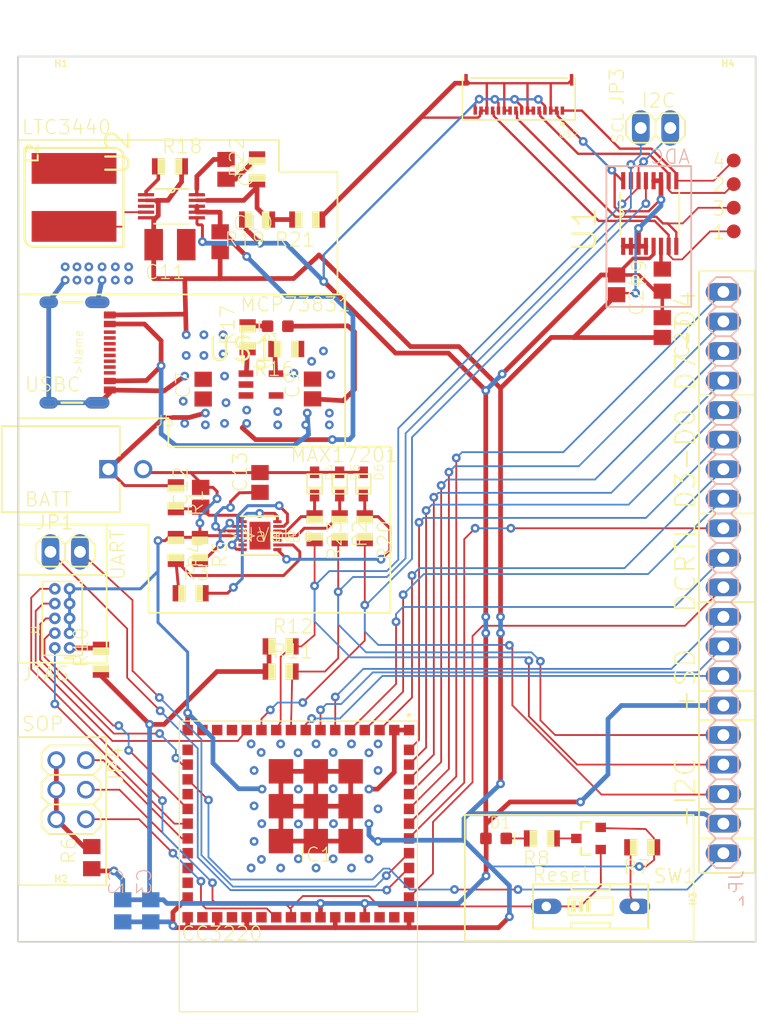
<source format=kicad_pcb>
(kicad_pcb (version 20171130) (host pcbnew "(5.1.2)-2")
  (layers (0 Top signal) (31 Bottom signal) (34 B.Paste user) (35 F.Paste user) (36 B.SilkS user) (37 F.SilkS user) (38 B.Mask user) (39 F.Mask user) (44 Edge.Cuts user))
  (net 0 "")
  (net 1 GND)
  (net 2 VCC)
  (net 3 /VBAT)
  (net 4 "Net-(R18-Pad1)")
  (net 5 "Net-(R19-Pad1)")
  (net 6 "Net-(C8-Pad2)")
  (net 7 "Net-(C8-Pad1)")
  (net 8 "Net-(L2-Pad2)")
  (net 9 "Net-(L2-Pad1)")
  (net 10 "Net-(R16-Pad2)")
  (net 11 /VBUS)
  (net 12 "Net-(R17-Pad1)")
  (net 13 "Net-(J4-PadA5)")
  (net 14 "Net-(J4-PadA6)")
  (net 15 "Net-(J4-PadA7)")
  (net 16 "Net-(J4-PadB5)")
  (net 17 "Net-(D3-PadC)")
  (net 18 /D1)
  (net 19 /D0)
  (net 20 /D7)
  (net 21 /D6)
  (net 22 /D5)
  (net 23 /D4)
  (net 24 /DCX)
  (net 25 /UART0RX)
  (net 26 /UART0TX)
  (net 27 "Net-(IC1-Pad45)")
  (net 28 /WRX)
  (net 29 "Net-(IC1-Pad42)")
  (net 30 "Net-(IC1-Pad41)")
  (net 31 "Net-(IC1-Pad39)")
  (net 32 "Net-(IC1-Pad36)")
  (net 33 /NRESET)
  (net 34 /SOP0)
  (net 35 "Net-(IC1-Pad33)")
  (net 36 "Net-(IC1-Pad31)")
  (net 37 "Net-(IC1-Pad29)")
  (net 38 "Net-(IC1-Pad26)")
  (net 39 "Net-(IC1-Pad25)")
  (net 40 /SOP1)
  (net 41 /SOP2)
  (net 42 /JTAGTMS)
  (net 43 /JTAGTCK)
  (net 44 "Net-(IC1-Pad20)")
  (net 45 /GPIO28)
  (net 46 /JTAGTDO)
  (net 47 "Net-(IC1-Pad17)")
  (net 48 "Net-(IC1-Pad15)")
  (net 49 "Net-(IC1-Pad14)")
  (net 50 "Net-(IC1-Pad13)")
  (net 51 /JTAGTDI)
  (net 52 /I2C_INT)
  (net 53 /I2C_SDA)
  (net 54 /I2C_SCL)
  (net 55 /SDCMD)
  (net 56 /SDCLK)
  (net 57 /SDDAT0)
  (net 58 /RDX)
  (net 59 /D3)
  (net 60 /D2)
  (net 61 "Net-(R7-Pad2)")
  (net 62 "Net-(Q1-Pad3)")
  (net 63 "Net-(D1-PadC)")
  (net 64 "Net-(R11-Pad1)")
  (net 65 "Net-(R12-Pad1)")
  (net 66 /VIN2)
  (net 67 /VIN4)
  (net 68 /VIN3)
  (net 69 /VIN1)
  (net 70 "Net-(R9-Pad2)")
  (net 71 "Net-(J1-Pad1)")
  (net 72 "Net-(U3-Pad15)")
  (net 73 "Net-(R3-Pad2)")
  (net 74 "Net-(C12-Pad1)")
  (net 75 "Net-(D4-PadC)")
  (net 76 "Net-(D5-PadC)")
  (net 77 "Net-(U3-Pad10)")
  (net 78 "Net-(R3-Pad1)")
  (net 79 "Net-(D6-PadC)")
  (net 80 "Net-(C13-Pad1)")
  (net 81 "Net-(R5-Pad2)")
  (net 82 "Net-(JP4-Pad1)")
  (module Main_v3:C0805 (layer Top) (at 134.1601 82.8676 270)
    (fp_text reference C10 (at -0.889 -1.016) (layer F.SilkS) (effects (font (size 1.2065 1.2065) (thickness 0.09652)) (justify left bottom)))
    (fp_text value 10uF)
    (pad 2 smd rect (at 0.85 0 270) (size 1.3 1.5) (layers Top F.Paste F.Mask) (net 1 GND))
    (pad 1 smd rect (at -0.85 0 270) (size 1.3 1.5) (layers Top F.Paste F.Mask) (net 3 /VBAT))
  )
  (module Main_v3:C1210 (layer Top) (at 129.8421 83.1216 180)
    (fp_text reference C11 (at -1.397 -1.651) (layer F.SilkS) (effects (font (size 1.2065 1.2065) (thickness 0.09652)) (justify right top)))
    (fp_text value 22uF)
    (pad 2 smd rect (at 1.4 0 180) (size 1.6 2.7) (layers Top F.Paste F.Mask) (net 1 GND))
    (pad 1 smd rect (at -1.4 0 180) (size 1.6 2.7) (layers Top F.Paste F.Mask) (net 2 VCC))
  )
  (module Main_v3:C0805 (layer Bottom) (at 125.7781 140.3986 270)
    (fp_text reference C2 (at -1.27 1.27 90) (layer B.SilkS) (effects (font (size 1.2065 1.2065) (thickness 0.09652)) (justify right top mirror)))
    (fp_text value 0.1uF)
    (pad 2 smd rect (at 0.95 0 270) (size 1.3 1.5) (layers Bottom B.Paste B.Mask) (net 1 GND))
    (pad 1 smd rect (at -0.95 0 270) (size 1.3 1.5) (layers Bottom B.Paste B.Mask) (net 2 VCC))
  )
  (module Main_v3:C0805 (layer Top) (at 172.2093 90.2463 270)
    (fp_text reference C23 (at -0.889 -1.016 90) (layer F.SilkS) (effects (font (size 1.2065 1.2065) (thickness 0.09652)) (justify right top)))
    (fp_text value 10uF)
    (pad 2 smd rect (at 0.85 0 270) (size 1.3 1.5) (layers Top F.Paste F.Mask) (net 1 GND))
    (pad 1 smd rect (at -0.85 0 270) (size 1.3 1.5) (layers Top F.Paste F.Mask) (net 2 VCC))
  )
  (module Main_v3:C0805 (layer Top) (at 168.2723 86.576 270)
    (fp_text reference C24 (at -0.889 -1.016 90) (layer F.SilkS) (effects (font (size 1.2065 1.2065) (thickness 0.09652)) (justify right top)))
    (fp_text value 1uF)
    (pad 2 smd rect (at 0.85 0 270) (size 1.3 1.5) (layers Top F.Paste F.Mask) (net 1 GND))
    (pad 1 smd rect (at -0.85 0 270) (size 1.3 1.5) (layers Top F.Paste F.Mask) (net 2 VCC))
  )
  (module Main_v3:C0805 (layer Bottom) (at 128.1911 140.3986 270)
    (fp_text reference C3 (at -1.27 1.27 90) (layer B.SilkS) (effects (font (size 1.2065 1.2065) (thickness 0.09652)) (justify right top mirror)))
    (fp_text value 0.1uF)
    (pad 2 smd rect (at 0.95 0 270) (size 1.3 1.5) (layers Bottom B.Paste B.Mask) (net 1 GND))
    (pad 1 smd rect (at -0.95 0 270) (size 1.3 1.5) (layers Bottom B.Paste B.Mask) (net 2 VCC))
  )
  (module Main_v3:C0805 (layer Top) (at 132.6996 95.5422 90)
    (fp_text reference C7 (at -0.889 -1.016 90) (layer F.SilkS) (effects (font (size 1.2065 1.2065) (thickness 0.09652)) (justify left bottom)))
    (fp_text value 4.7uF)
    (pad 2 smd rect (at 0.85 0 90) (size 1.3 1.5) (layers Top F.Paste F.Mask) (net 1 GND))
    (pad 1 smd rect (at -0.85 0 90) (size 1.3 1.5) (layers Top F.Paste F.Mask) (net 3 /VBAT))
  )
  (module Main_v3:C0805 (layer Top) (at 134.6681 76.6446 270)
    (fp_text reference C8 (at -0.889 -1.016 90) (layer F.SilkS) (effects (font (size 1.2065 1.2065) (thickness 0.09652)) (justify right top)))
    (fp_text value 1.5nF)
    (pad 2 smd rect (at 0.85 0 270) (size 1.3 1.5) (layers Top F.Paste F.Mask) (net 6 "Net-(C8-Pad2)"))
    (pad 1 smd rect (at -0.85 0 270) (size 1.3 1.5) (layers Top F.Paste F.Mask) (net 7 "Net-(C8-Pad1)"))
  )
  (module Main_v3:C0805 (layer Top) (at 142.1103 95.5295 90)
    (fp_text reference C9 (at -0.889 -1.016 90) (layer F.SilkS) (effects (font (size 1.2065 1.2065) (thickness 0.09652)) (justify left bottom)))
    (fp_text value 4.7uF)
    (pad 2 smd rect (at 0.85 0 90) (size 1.3 1.5) (layers Top F.Paste F.Mask) (net 1 GND))
    (pad 1 smd rect (at -0.85 0 90) (size 1.3 1.5) (layers Top F.Paste F.Mask) (net 11 /VBUS))
  )
  (module Main_v3:LED-0603 (layer Top) (at 157.9091 134.1756)
    (fp_text reference D1 hide)
    (fp_text value Yellow)
    (pad A smd roundrect (at -0.877 0 270) (size 1 1) (layers Top F.Paste F.Mask) (roundrect_rratio 0.15) (net 2 VCC))
    (pad C smd roundrect (at 0.877 0 270) (size 1 1) (layers Top F.Paste F.Mask) (roundrect_rratio 0.15) (net 63 "Net-(D1-PadC)"))
  )
  (module Main_v3:LED-0603 (layer Top) (at 139.1131 90.132 180)
    (fp_text reference D3 (at 0 -0.635) (layer F.SilkS) (effects (font (size 0.57912 0.57912) (thickness 0.115824)) (justify right top)))
    (fp_text value RED)
    (pad A smd roundrect (at -0.877 0 90) (size 1 1) (layers Top F.Paste F.Mask) (roundrect_rratio 0.15) (net 11 /VBUS))
    (pad C smd roundrect (at 0.877 0 90) (size 1 1) (layers Top F.Paste F.Mask) (roundrect_rratio 0.15) (net 17 "Net-(D3-PadC)"))
  )
  (module Main_v3:STAND-OFF (layer Top) (at 119.8091 69.9136)
    (fp_text reference H1 (at 0 -2.032) (layer F.SilkS) (effects (font (size 0.57912 0.57912) (thickness 0.115824)) (justify left bottom)))
    (fp_text value STAND-OFF)
    (pad "" np_thru_hole circle (at 0 0) (size 3.302 3.302) (drill 3.302) (layers *.Cu *.Mask))
  )
  (module Main_v3:STAND-OFF (layer Top) (at 119.8091 140.0176)
    (fp_text reference H2 (at 0 -2.032) (layer F.SilkS) (effects (font (size 0.57912 0.57912) (thickness 0.115824)) (justify left bottom)))
    (fp_text value STAND-OFF)
    (pad "" np_thru_hole circle (at 0 0) (size 3.302 3.302) (drill 3.302) (layers *.Cu *.Mask))
  )
  (module Main_v3:STAND-OFF (layer Top) (at 177.2131 140.0176 90)
    (fp_text reference H3 (at 0 -2.032 90) (layer F.SilkS) (effects (font (size 0.57912 0.57912) (thickness 0.115824)) (justify left bottom)))
    (fp_text value STAND-OFF)
    (pad "" np_thru_hole circle (at 0 0 90) (size 3.302 3.302) (drill 3.302) (layers *.Cu *.Mask))
  )
  (module Main_v3:STAND-OFF (layer Top) (at 177.2131 69.9136)
    (fp_text reference H4 (at 0 -2.032) (layer F.SilkS) (effects (font (size 0.57912 0.57912) (thickness 0.115824)) (justify left bottom)))
    (fp_text value STAND-OFF)
    (pad "" np_thru_hole circle (at 0 0) (size 3.302 3.302) (drill 3.302) (layers *.Cu *.Mask))
  )
  (module Main_v3:CC3220MODASM2MONR (layer Top) (at 140.8911 132.9056 270)
    (fp_text reference IC1 (at 3.374 0) (layer F.SilkS) (effects (font (size 1.2065 1.2065) (thickness 0.09652)) (justify left bottom)))
    (fp_text value CC3220MODASF12MONR hide)
    (pad 63 smd rect (at 1.5 1.5 270) (size 2.1 2.1) (layers Top F.Paste F.Mask) (net 1 GND))
    (pad 62 smd rect (at 1.5 -1.5 270) (size 2.1 2.1) (layers Top F.Paste F.Mask) (net 1 GND))
    (pad 61 smd rect (at 1.5 -4.5 270) (size 2.1 2.1) (layers Top F.Paste F.Mask) (net 1 GND))
    (pad 60 smd rect (at -1.5 1.5 270) (size 2.1 2.1) (layers Top F.Paste F.Mask) (net 1 GND))
    (pad 59 smd rect (at -1.5 -1.5 270) (size 2.1 2.1) (layers Top F.Paste F.Mask) (net 1 GND))
    (pad 58 smd rect (at -1.5 -4.5 270) (size 2.1 2.1) (layers Top F.Paste F.Mask) (net 1 GND))
    (pad 57 smd rect (at -4.5 1.5 270) (size 2.1 2.1) (layers Top F.Paste F.Mask) (net 1 GND))
    (pad 56 smd rect (at -4.5 -1.5 270) (size 2.1 2.1) (layers Top F.Paste F.Mask) (net 1 GND))
    (pad 55 smd rect (at -4.5 -4.5 270) (size 2.1 2.1) (layers Top F.Paste F.Mask) (net 1 GND))
    (pad 54 smd rect (at -6.35 -9.525 270) (size 0.9 0.9) (layers Top F.Paste F.Mask) (net 18 /D1))
    (pad 53 smd rect (at -5.08 -9.525 270) (size 0.9 0.9) (layers Top F.Paste F.Mask) (net 19 /D0))
    (pad 52 smd rect (at -3.81 -9.525 270) (size 0.9 0.9) (layers Top F.Paste F.Mask) (net 20 /D7))
    (pad 51 smd rect (at -2.54 -9.525 270) (size 0.9 0.9) (layers Top F.Paste F.Mask) (net 21 /D6))
    (pad 50 smd rect (at -1.27 -9.525 270) (size 0.9 0.9) (layers Top F.Paste F.Mask) (net 22 /D5))
    (pad 49 smd rect (at 0 -9.525 270) (size 0.9 0.9) (layers Top F.Paste F.Mask) (net 23 /D4))
    (pad 48 smd rect (at 1.27 -9.525 270) (size 0.9 0.9) (layers Top F.Paste F.Mask) (net 24 /DCX))
    (pad 47 smd rect (at 2.54 -9.525 270) (size 0.9 0.9) (layers Top F.Paste F.Mask) (net 25 /UART0RX))
    (pad 46 smd rect (at 3.81 -9.525 270) (size 0.9 0.9) (layers Top F.Paste F.Mask) (net 26 /UART0TX))
    (pad 45 smd rect (at 5.08 -9.525 270) (size 0.9 0.9) (layers Top F.Paste F.Mask) (net 27 "Net-(IC1-Pad45)"))
    (pad 44 smd rect (at 6.35 -9.525 270) (size 0.9 0.9) (layers Top F.Paste F.Mask) (net 28 /WRX))
    (pad 43 smd rect (at 8.05 -9.525 270) (size 0.9 0.9) (layers Top F.Paste F.Mask) (net 1 GND))
    (pad 42 smd rect (at 8.05 -8.255 270) (size 0.9 0.9) (layers Top F.Paste F.Mask) (net 29 "Net-(IC1-Pad42)"))
    (pad 41 smd rect (at 8.05 -6.985 270) (size 0.9 0.9) (layers Top F.Paste F.Mask) (net 30 "Net-(IC1-Pad41)"))
    (pad 40 smd rect (at 8.05 -5.715 270) (size 0.9 0.9) (layers Top F.Paste F.Mask) (net 2 VCC))
    (pad 39 smd rect (at 8.05 -4.445 270) (size 0.9 0.9) (layers Top F.Paste F.Mask) (net 31 "Net-(IC1-Pad39)"))
    (pad 38 smd rect (at 8.05 -3.175 270) (size 0.9 0.9) (layers Top F.Paste F.Mask) (net 1 GND))
    (pad 37 smd rect (at 8.05 -1.905 270) (size 0.9 0.9) (layers Top F.Paste F.Mask) (net 2 VCC))
    (pad 36 smd rect (at 8.05 -0.635 270) (size 0.9 0.9) (layers Top F.Paste F.Mask) (net 32 "Net-(IC1-Pad36)"))
    (pad 35 smd rect (at 8.05 0.635 270) (size 0.9 0.9) (layers Top F.Paste F.Mask) (net 33 /NRESET))
    (pad 34 smd rect (at 8.05 1.905 270) (size 0.9 0.9) (layers Top F.Paste F.Mask) (net 34 /SOP0))
    (pad 33 smd rect (at 8.05 3.175 270) (size 0.9 0.9) (layers Top F.Paste F.Mask) (net 35 "Net-(IC1-Pad33)"))
    (pad 32 smd rect (at 8.05 4.445 270) (size 0.9 0.9) (layers Top F.Paste F.Mask) (net 1 GND))
    (pad 31 smd rect (at 8.05 5.715 270) (size 0.9 0.9) (layers Top F.Paste F.Mask) (net 36 "Net-(IC1-Pad31)"))
    (pad 30 smd rect (at 8.05 6.985 270) (size 0.9 0.9) (layers Top F.Paste F.Mask) (net 1 GND))
    (pad 29 smd rect (at 8.05 8.255 270) (size 0.9 0.9) (layers Top F.Paste F.Mask) (net 37 "Net-(IC1-Pad29)"))
    (pad 28 smd rect (at 8.05 9.525 270) (size 0.9 0.9) (layers Top F.Paste F.Mask) (net 1 GND))
    (pad 27 smd rect (at 6.35 9.525 270) (size 0.9 0.9) (layers Top F.Paste F.Mask) (net 1 GND))
    (pad 26 smd rect (at 5.08 9.525 270) (size 0.9 0.9) (layers Top F.Paste F.Mask) (net 38 "Net-(IC1-Pad26)"))
    (pad 25 smd rect (at 3.81 9.525 270) (size 0.9 0.9) (layers Top F.Paste F.Mask) (net 39 "Net-(IC1-Pad25)"))
    (pad 24 smd rect (at 2.54 9.525 270) (size 0.9 0.9) (layers Top F.Paste F.Mask) (net 40 /SOP1))
    (pad 23 smd rect (at 1.27 9.525 270) (size 0.9 0.9) (layers Top F.Paste F.Mask) (net 41 /SOP2))
    (pad 22 smd rect (at 0 9.525 270) (size 0.9 0.9) (layers Top F.Paste F.Mask) (net 42 /JTAGTMS))
    (pad 21 smd rect (at -1.27 9.525 270) (size 0.9 0.9) (layers Top F.Paste F.Mask) (net 43 /JTAGTCK))
    (pad 20 smd rect (at -2.54 9.525 270) (size 0.9 0.9) (layers Top F.Paste F.Mask) (net 44 "Net-(IC1-Pad20)"))
    (pad 19 smd rect (at -3.81 9.525 270) (size 0.9 0.9) (layers Top F.Paste F.Mask) (net 45 /GPIO28))
    (pad 18 smd rect (at -5.08 9.525 270) (size 0.9 0.9) (layers Top F.Paste F.Mask) (net 46 /JTAGTDO))
    (pad 17 smd rect (at -6.35 9.525 270) (size 0.9 0.9) (layers Top F.Paste F.Mask) (net 47 "Net-(IC1-Pad17)"))
    (pad 16 smd rect (at -8.05 9.525 270) (size 0.9 0.9) (layers Top F.Paste F.Mask) (net 1 GND))
    (pad 15 smd rect (at -8.05 8.255 270) (size 0.9 0.9) (layers Top F.Paste F.Mask) (net 48 "Net-(IC1-Pad15)"))
    (pad 14 smd rect (at -8.05 6.985 270) (size 0.9 0.9) (layers Top F.Paste F.Mask) (net 49 "Net-(IC1-Pad14)"))
    (pad 13 smd rect (at -8.05 5.715 270) (size 0.9 0.9) (layers Top F.Paste F.Mask) (net 50 "Net-(IC1-Pad13)"))
    (pad 12 smd rect (at -8.05 4.445 270) (size 0.9 0.9) (layers Top F.Paste F.Mask) (net 51 /JTAGTDI))
    (pad 11 smd rect (at -8.05 3.175 270) (size 0.9 0.9) (layers Top F.Paste F.Mask) (net 52 /I2C_INT))
    (pad 10 smd rect (at -8.05 1.905 270) (size 0.9 0.9) (layers Top F.Paste F.Mask) (net 53 /I2C_SDA))
    (pad 9 smd rect (at -8.05 0.635 270) (size 0.9 0.9) (layers Top F.Paste F.Mask) (net 54 /I2C_SCL))
    (pad 8 smd rect (at -8.05 -0.635 270) (size 0.9 0.9) (layers Top F.Paste F.Mask) (net 55 /SDCMD))
    (pad 7 smd rect (at -8.05 -1.905 270) (size 0.9 0.9) (layers Top F.Paste F.Mask) (net 56 /SDCLK))
    (pad 6 smd rect (at -8.05 -3.175 270) (size 0.9 0.9) (layers Top F.Paste F.Mask) (net 57 /SDDAT0))
    (pad 5 smd rect (at -8.05 -4.445 270) (size 0.9 0.9) (layers Top F.Paste F.Mask) (net 58 /RDX))
    (pad 4 smd rect (at -8.05 -5.715 270) (size 0.9 0.9) (layers Top F.Paste F.Mask) (net 59 /D3))
    (pad 3 smd rect (at -8.05 -6.985 270) (size 0.9 0.9) (layers Top F.Paste F.Mask) (net 60 /D2))
    (pad 2 smd rect (at -8.05 -8.255 270) (size 0.9 0.9) (layers Top F.Paste F.Mask) (net 1 GND))
    (pad 1 smd rect (at -8.05 -9.525 270) (size 0.9 0.9) (layers Top F.Paste F.Mask) (net 1 GND))
  )
  (module Main_v3:2X5-PTH-1.27MM (layer Top) (at 120.5711 115.2526 90)
    (fp_text reference J1 (at -1.5748 -1.9304 90) (layer F.SilkS) (effects (font (size 0.57912 0.57912) (thickness 0.115824)) (justify left bottom)))
    (fp_text value CORTEX_JTAG_DEBUG_PTH)
    (pad 9 thru_hole circle (at 2.54 0.635 90) (size 1 1) (drill 0.508) (layers *.Cu *.Mask) (net 1 GND))
    (pad 1 thru_hole circle (at -2.54 0.635 90) (size 1 1) (drill 0.508) (layers *.Cu *.Mask) (net 71 "Net-(J1-Pad1)"))
    (pad 3 thru_hole circle (at -1.27 0.635 90) (size 1 1) (drill 0.508) (layers *.Cu *.Mask) (net 1 GND))
    (pad 5 thru_hole circle (at 0 0.635 90) (size 1 1) (drill 0.508) (layers *.Cu *.Mask) (net 1 GND))
    (pad 7 thru_hole circle (at 1.27 0.635 90) (size 1 1) (drill 0.508) (layers *.Cu *.Mask) (net 1 GND))
    (pad 10 thru_hole circle (at 2.54 -0.635 90) (size 1 1) (drill 0.508) (layers *.Cu *.Mask) (net 33 /NRESET))
    (pad 2 thru_hole circle (at -2.54 -0.635 90) (size 1 1) (drill 0.508) (layers *.Cu *.Mask) (net 42 /JTAGTMS))
    (pad 4 thru_hole circle (at -1.27 -0.635 90) (size 1 1) (drill 0.508) (layers *.Cu *.Mask) (net 43 /JTAGTCK))
    (pad 6 thru_hole circle (at 0 -0.635 90) (size 1 1) (drill 0.508) (layers *.Cu *.Mask) (net 46 /JTAGTDO))
    (pad 8 thru_hole circle (at 1.27 -0.635 90) (size 1 1) (drill 0.508) (layers *.Cu *.Mask) (net 51 /JTAGTDI))
  )
  (module Main_v3:USB-C-16P (layer Top) (at 124.5081 92.3926 270)
    (fp_text reference J4 hide)
    (fp_text value USB_C2-LAYER hide)
    (fp_text user >Name (at 0 2.54 270) (layer F.SilkS) (effects (font (size 0.7239 0.7239) (thickness 0.06096))))
    (fp_arc (start 4.32 0.365) (end 4.02 0.365) (angle 180) (layer Edge.Cuts) (width 0.01))
    (fp_arc (start 4.32 1.465) (end 4.62 1.465) (angle 180) (layer Edge.Cuts) (width 0.01))
    (fp_line (start 4.62 1.465) (end 4.62 0.365) (layer Edge.Cuts) (width 0.01))
    (fp_line (start 4.02 1.465) (end 4.02 0.365) (layer Edge.Cuts) (width 0.01))
    (fp_arc (start 4.32 5.4) (end 4.62 5.4) (angle 180) (layer Edge.Cuts) (width 0.01))
    (fp_arc (start 4.32 4.78) (end 4.02 4.78) (angle 180) (layer Edge.Cuts) (width 0.01))
    (fp_line (start 4.62 5.4) (end 4.62 4.78) (layer Edge.Cuts) (width 0.01))
    (fp_line (start 4.02 5.4) (end 4.02 4.78) (layer Edge.Cuts) (width 0.01))
    (fp_arc (start -4.32 0.365) (end -4.62 0.365) (angle 180) (layer Edge.Cuts) (width 0.01))
    (fp_arc (start -4.32 1.465) (end -4.02 1.465) (angle 180) (layer Edge.Cuts) (width 0.01))
    (fp_line (start -4.02 1.465) (end -4.02 0.365) (layer Edge.Cuts) (width 0.01))
    (fp_line (start -4.62 1.465) (end -4.62 0.365) (layer Edge.Cuts) (width 0.01))
    (fp_arc (start -4.32 5.4) (end -4.02 5.4) (angle 180) (layer Edge.Cuts) (width 0.01))
    (fp_arc (start -4.32 4.78) (end -4.62 4.78) (angle 180) (layer Edge.Cuts) (width 0.01))
    (fp_line (start -4.02 5.4) (end -4.02 4.78) (layer Edge.Cuts) (width 0.01))
    (fp_line (start -4.62 5.4) (end -4.62 4.78) (layer Edge.Cuts) (width 0.01))
    (pad SHLD8 smd roundrect (at 4.32 5.095 90) (size 1 1.6) (layers Top F.Mask) (roundrect_rratio 0.5) (net 1 GND))
    (pad SHLD7 smd roundrect (at 4.32 5.095 270) (size 1 1.6) (layers Bottom B.Mask) (roundrect_rratio 0.5) (net 1 GND))
    (pad SHLD6 smd roundrect (at -4.32 5.095 270) (size 1 1.6) (layers Bottom B.Mask) (roundrect_rratio 0.5) (net 1 GND))
    (pad SHLD5 smd roundrect (at -4.32 5.095 90) (size 1 1.6) (layers Top F.Mask) (roundrect_rratio 0.5) (net 1 GND))
    (pad SHLD4 smd roundrect (at 4.32 0.915 270) (size 1 2.1) (layers Bottom B.Mask) (roundrect_rratio 0.5) (net 1 GND))
    (pad SHLD3 smd roundrect (at -4.32 0.915 270) (size 1 2.1) (layers Bottom B.Mask) (roundrect_rratio 0.5) (net 1 GND))
    (pad SHLD2 smd roundrect (at 4.32 0.915 90) (size 1 2.1) (layers Top F.Mask) (roundrect_rratio 0.5) (net 1 GND))
    (pad SHLD1 smd roundrect (at -4.32 0.915 90) (size 1 2.1) (layers Top F.Mask) (roundrect_rratio 0.5) (net 1 GND))
    (pad "" np_thru_hole circle (at 2.89 1.445 270) (size 0.65 0.65) (drill 0.65) (layers *.Cu *.Mask))
    (pad "" np_thru_hole circle (at -2.89 1.445 270) (size 0.65 0.65) (drill 0.65) (layers *.Cu *.Mask))
    (pad A5 smd rect (at -1.25 -0.154 90) (size 0.3 1.016) (layers Top F.Paste F.Mask) (net 13 "Net-(J4-PadA5)"))
    (pad B8 smd rect (at -1.75 -0.154 90) (size 0.3 1.016) (layers Top F.Paste F.Mask))
    (pad VBUS1 smd rect (at -2.45 -0.154 90) (size 0.55 1.016) (layers Top F.Paste F.Mask) (net 11 /VBUS))
    (pad GND smd rect (at -3.225 -0.154 90) (size 0.6 1.016) (layers Top F.Paste F.Mask) (net 1 GND))
    (pad A6 smd rect (at -0.25 -0.154 90) (size 0.3 1.016) (layers Top F.Paste F.Mask) (net 14 "Net-(J4-PadA6)"))
    (pad B7 smd rect (at -0.75 -0.154 90) (size 0.3 1.016) (layers Top F.Paste F.Mask) (net 15 "Net-(J4-PadA7)"))
    (pad A8 smd rect (at 1.25 -0.154 270) (size 0.3 1.016) (layers Top F.Paste F.Mask))
    (pad B5 smd rect (at 1.75 -0.154 270) (size 0.3 1.016) (layers Top F.Paste F.Mask) (net 16 "Net-(J4-PadB5)"))
    (pad VBUS2 smd rect (at 2.45 -0.154 270) (size 0.55 1.016) (layers Top F.Paste F.Mask) (net 11 /VBUS))
    (pad GND2 smd rect (at 3.225 -0.154 270) (size 0.6 1.016) (layers Top F.Paste F.Mask) (net 1 GND))
    (pad A7 smd rect (at 0.25 -0.154 270) (size 0.3 1.016) (layers Top F.Paste F.Mask) (net 15 "Net-(J4-PadA7)"))
    (pad B6 smd rect (at 0.75 -0.154 270) (size 0.3 1.016) (layers Top F.Paste F.Mask) (net 14 "Net-(J4-PadA6)"))
  )
  (module Main_v3:MOLEX_43045-0200_0 (layer Top) (at 120.5711 102.4256 270)
    (fp_text reference J5 (at -3.575 -7.955) (layer F.SilkS) (effects (font (size 0.95 0.95) (thickness 0.076)) (justify left bottom)))
    (fp_text value MOLEX_43045-0200MOLEX_43045-0200_0_0 hide)
    (pad 2 thru_hole circle (at 0 -6.965 270) (size 1.57 1.57) (drill 1.02) (layers *.Cu *.Mask) (net 1 GND))
    (pad 1 thru_hole rect (at 0 -3.965 270) (size 1.57 1.57) (drill 1.02) (layers *.Cu *.Mask) (net 3 /VBAT))
    (pad "" np_thru_hole circle (at 0 0.355 270) (size 3 3) (drill 3) (layers *.Cu *.Mask))
  )
  (module Main_v3:CDRH6D (layer Top) (at 121.5871 79.0576)
    (fp_text reference L2 (at -4.12919 -4.76445 90) (layer F.SilkS) (effects (font (size 0.965597 0.965597) (thickness 0.173807)) (justify right top)))
    (fp_text value CDRH6D38)
    (pad 2 smd rect (at 0 2.4925) (size 7.3 2.65) (layers Top F.Paste F.Mask) (net 8 "Net-(L2-Pad2)"))
    (pad 1 smd rect (at 0 -2.4925) (size 7.3 2.65) (layers Top F.Paste F.Mask) (net 9 "Net-(L2-Pad1)"))
  )
  (module Main_v3:SOT23-3 (layer Top) (at 165.9101 134.1756 90)
    (fp_text reference Q1 hide)
    (fp_text value 220mA/50V/3.5Ω)
    (pad 3 smd rect (at 0 -1.1 90) (size 0.8 0.9) (layers Top F.Paste F.Mask) (net 62 "Net-(Q1-Pad3)"))
    (pad 2 smd rect (at 0.95 1 90) (size 0.8 0.9) (layers Top F.Paste F.Mask) (net 1 GND))
    (pad 1 smd rect (at -0.95 1 90) (size 0.8 0.9) (layers Top F.Paste F.Mask) (net 33 /NRESET))
  )
  (module Main_v3:R0805 (layer Top) (at 123.8985 118.8086 90)
    (fp_text reference R10 (at -0.762 -1.016 90) (layer F.SilkS) (effects (font (size 1.2065 1.2065) (thickness 0.09652)) (justify left bottom)))
    (fp_text value 1k)
    (pad 2 smd rect (at 1 0 90) (size 1.1 1.4) (layers Top F.Paste F.Mask) (net 71 "Net-(J1-Pad1)"))
    (pad 1 smd rect (at -1 0 90) (size 1.1 1.4) (layers Top F.Paste F.Mask) (net 2 VCC))
  )
  (module Main_v3:R0805 (layer Top) (at 139.3671 119.8246)
    (fp_text reference R11 (at -0.762 -1.016) (layer F.SilkS) (effects (font (size 1.2065 1.2065) (thickness 0.09652)) (justify left bottom)))
    (fp_text value 1.2k)
    (pad 2 smd rect (at 1 0) (size 1.1 1.4) (layers Top F.Paste F.Mask) (net 54 /I2C_SCL))
    (pad 1 smd rect (at -1 0) (size 1.1 1.4) (layers Top F.Paste F.Mask) (net 64 "Net-(R11-Pad1)"))
  )
  (module Main_v3:R0805 (layer Top) (at 139.3671 117.6656)
    (fp_text reference R12 (at -0.762 -1.016) (layer F.SilkS) (effects (font (size 1.2065 1.2065) (thickness 0.09652)) (justify left bottom)))
    (fp_text value 1.2k)
    (pad 2 smd rect (at 1 0) (size 1.1 1.4) (layers Top F.Paste F.Mask) (net 53 /I2C_SDA))
    (pad 1 smd rect (at -1 0) (size 1.1 1.4) (layers Top F.Paste F.Mask) (net 65 "Net-(R12-Pad1)"))
  )
  (module Main_v3:R0805 (layer Top) (at 139.8497 92.0878 180)
    (fp_text reference R16 (at -0.762 -1.016) (layer F.SilkS) (effects (font (size 1.2065 1.2065) (thickness 0.09652)) (justify right top)))
    (fp_text value 2k)
    (pad 2 smd rect (at 1 0 180) (size 1.1 1.4) (layers Top F.Paste F.Mask) (net 10 "Net-(R16-Pad2)"))
    (pad 1 smd rect (at -1 0 180) (size 1.1 1.4) (layers Top F.Paste F.Mask) (net 1 GND))
  )
  (module Main_v3:R0805 (layer Top) (at 136.5223 91.0845 90)
    (fp_text reference R17 (at -0.762 -1.016 90) (layer F.SilkS) (effects (font (size 1.2065 1.2065) (thickness 0.09652)) (justify left bottom)))
    (fp_text value 470)
    (pad 2 smd rect (at 1 0 90) (size 1.1 1.4) (layers Top F.Paste F.Mask) (net 17 "Net-(D3-PadC)"))
    (pad 1 smd rect (at -1 0 90) (size 1.1 1.4) (layers Top F.Paste F.Mask) (net 12 "Net-(R17-Pad1)"))
  )
  (module Main_v3:R0805 (layer Top) (at 129.8421 76.3906)
    (fp_text reference R18 (at -0.762 -1.016) (layer F.SilkS) (effects (font (size 1.2065 1.2065) (thickness 0.09652)) (justify left bottom)))
    (fp_text value 60.4k)
    (pad 2 smd rect (at 1 0) (size 1.1 1.4) (layers Top F.Paste F.Mask) (net 1 GND))
    (pad 1 smd rect (at -1 0) (size 1.1 1.4) (layers Top F.Paste F.Mask) (net 4 "Net-(R18-Pad1)"))
  )
  (module Main_v3:R0805 (layer Top) (at 137.3351 80.9626 180)
    (fp_text reference R19 (at -0.762 -1.016) (layer F.SilkS) (effects (font (size 1.2065 1.2065) (thickness 0.09652)) (justify right top)))
    (fp_text value 340k)
    (pad 2 smd rect (at 1 0 180) (size 1.1 1.4) (layers Top F.Paste F.Mask) (net 2 VCC))
    (pad 1 smd rect (at -1 0 180) (size 1.1 1.4) (layers Top F.Paste F.Mask) (net 5 "Net-(R19-Pad1)"))
  )
  (module Main_v3:R0805 (layer Top) (at 141.6531 80.9626 180)
    (fp_text reference R21 (at -0.762 -1.016) (layer F.SilkS) (effects (font (size 1.2065 1.2065) (thickness 0.09652)) (justify right top)))
    (fp_text value 200k)
    (pad 2 smd rect (at 1 0 180) (size 1.1 1.4) (layers Top F.Paste F.Mask) (net 5 "Net-(R19-Pad1)"))
    (pad 1 smd rect (at -1 0 180) (size 1.1 1.4) (layers Top F.Paste F.Mask) (net 1 GND))
  )
  (module Main_v3:R0805 (layer Top) (at 137.3351 76.6446 90)
    (fp_text reference R22 (at -0.762 -1.016 90) (layer F.SilkS) (effects (font (size 1.2065 1.2065) (thickness 0.09652)) (justify left bottom)))
    (fp_text value 15k)
    (pad 2 smd rect (at 1 0 90) (size 1.1 1.4) (layers Top F.Paste F.Mask) (net 6 "Net-(C8-Pad2)"))
    (pad 1 smd rect (at -1 0 90) (size 1.1 1.4) (layers Top F.Paste F.Mask) (net 5 "Net-(R19-Pad1)"))
  )
  (module Main_v3:R0805 (layer Top) (at 170.4821 134.9376 180)
    (fp_text reference R7 (at -0.762 -1.016) (layer F.SilkS) (effects (font (size 1.2065 1.2065) (thickness 0.09652)) (justify right top)))
    (fp_text value 100)
    (pad 2 smd rect (at 1 0 180) (size 1.1 1.4) (layers Top F.Paste F.Mask) (net 61 "Net-(R7-Pad2)"))
    (pad 1 smd rect (at -1 0 180) (size 1.1 1.4) (layers Top F.Paste F.Mask) (net 1 GND))
  )
  (module Main_v3:R0805 (layer Top) (at 161.8461 134.1756 180)
    (fp_text reference R8 (at -0.762 -1.016) (layer F.SilkS) (effects (font (size 1.2065 1.2065) (thickness 0.09652)) (justify right top)))
    (fp_text value 750)
    (pad 2 smd rect (at 1 0 180) (size 1.1 1.4) (layers Top F.Paste F.Mask) (net 63 "Net-(D1-PadC)"))
    (pad 1 smd rect (at -1 0 180) (size 1.1 1.4) (layers Top F.Paste F.Mask) (net 62 "Net-(Q1-Pad3)"))
  )
  (module Main_v3:EDG-01 (layer Top) (at 166.0371 140.0176 270)
    (fp_text reference SW1 (at -1.905 -5.334) (layer F.SilkS) (effects (font (size 1.2065 1.2065) (thickness 0.12065)) (justify left bottom)))
    (fp_text value SW_DIP-1)
    (pad 2 thru_hole oval (at 0 -3.81) (size 2.6416 1.3208) (drill 0.8128) (layers *.Cu *.Mask) (net 61 "Net-(R7-Pad2)"))
    (pad 1 thru_hole oval (at 0 3.81) (size 2.6416 1.3208) (drill 0.8128) (layers *.Cu *.Mask) (net 33 /NRESET))
  )
  (module Main_v3:SOT95P280X145-5N (layer Top) (at 137.678 95.1485)
    (fp_text reference U$1 (at -4.7523 -1.88059) (layer F.SilkS) (effects (font (size 1.979705 1.979705) (thickness 0.19797)) (justify left bottom)))
    (fp_text value MCP73831T-2ACI_OT)
    (pad 5 smd rect (at 1.2954 -0.9398) (size 1.27 0.5588) (layers Top F.Paste F.Mask) (net 10 "Net-(R16-Pad2)"))
    (pad 4 smd rect (at 1.2954 0.9398) (size 1.27 0.5588) (layers Top F.Paste F.Mask) (net 11 /VBUS))
    (pad 3 smd rect (at -1.2954 0.9398) (size 1.27 0.5588) (layers Top F.Paste F.Mask) (net 3 /VBAT))
    (pad 2 smd rect (at -1.2954 0) (size 1.27 0.5588) (layers Top F.Paste F.Mask) (net 1 GND))
    (pad 1 smd rect (at -1.2954 -0.9398) (size 1.27 0.5588) (layers Top F.Paste F.Mask) (net 12 "Net-(R17-Pad1)"))
  )
  (module Main_v3:SOP65P640X120-16N (layer Top) (at 171.1298 80.4419 90)
    (fp_text reference U1 (at -3.463281 -4.456409 90) (layer F.SilkS) (effects (font (size 1.983742 1.983742) (thickness 0.198374)) (justify left bottom)))
    (fp_text value AD7993BRU-0)
    (pad 16 smd rect (at 2.8194 -2.286 90) (size 1.4732 0.3556) (layers Top F.Paste F.Mask) (net 1 GND))
    (pad 15 smd rect (at 2.8194 -1.6256 90) (size 1.4732 0.3556) (layers Top F.Paste F.Mask) (net 54 /I2C_SCL))
    (pad 14 smd rect (at 2.8194 -0.9652 90) (size 1.4732 0.3556) (layers Top F.Paste F.Mask) (net 53 /I2C_SDA))
    (pad 13 smd rect (at 2.8194 -0.3302 90) (size 1.4732 0.3556) (layers Top F.Paste F.Mask) (net 52 /I2C_INT))
    (pad 12 smd rect (at 2.8194 0.3302 90) (size 1.4732 0.3556) (layers Top F.Paste F.Mask) (net 1 GND))
    (pad 11 smd rect (at 2.8194 0.9652 90) (size 1.4732 0.3556) (layers Top F.Paste F.Mask) (net 1 GND))
    (pad 10 smd rect (at 2.8194 1.6256 90) (size 1.4732 0.3556) (layers Top F.Paste F.Mask) (net 66 /VIN2))
    (pad 9 smd rect (at 2.8194 2.286 90) (size 1.4732 0.3556) (layers Top F.Paste F.Mask) (net 67 /VIN4))
    (pad 8 smd rect (at -2.8194 2.286 90) (size 1.4732 0.3556) (layers Top F.Paste F.Mask) (net 68 /VIN3))
    (pad 7 smd rect (at -2.8194 1.6256 90) (size 1.4732 0.3556) (layers Top F.Paste F.Mask) (net 69 /VIN1))
    (pad 6 smd rect (at -2.8194 0.9652 90) (size 1.4732 0.3556) (layers Top F.Paste F.Mask) (net 70 "Net-(R9-Pad2)"))
    (pad 5 smd rect (at -2.8194 0.3302 90) (size 1.4732 0.3556) (layers Top F.Paste F.Mask) (net 2 VCC))
    (pad 4 smd rect (at -2.8194 -0.3302 90) (size 1.4732 0.3556) (layers Top F.Paste F.Mask) (net 1 GND))
    (pad 3 smd rect (at -2.8194 -0.9652 90) (size 1.4732 0.3556) (layers Top F.Paste F.Mask) (net 1 GND))
    (pad 2 smd rect (at -2.8194 -1.6256 90) (size 1.4732 0.3556) (layers Top F.Paste F.Mask) (net 1 GND))
    (pad 1 smd rect (at -2.8194 -2.286 90) (size 1.4732 0.3556) (layers Top F.Paste F.Mask) (net 1 GND))
  )
  (module Main_v3:SOP50P490X110-10N (layer Top) (at 129.9691 79.8196)
    (fp_text reference U2 (at -3.456168 -2.5413 90) (layer F.SilkS) (effects (font (size 1.979674 1.979674) (thickness 0.197967)) (justify left bottom)))
    (fp_text value LTC3440EMSPBF)
    (pad 10 smd rect (at 2.1844 -0.9906) (size 1.397 0.2794) (layers Top F.Paste F.Mask) (net 7 "Net-(C8-Pad1)"))
    (pad 9 smd rect (at 2.1844 -0.508) (size 1.397 0.2794) (layers Top F.Paste F.Mask) (net 5 "Net-(R19-Pad1)"))
    (pad 8 smd rect (at 2.1844 0) (size 1.397 0.2794) (layers Top F.Paste F.Mask) (net 3 /VBAT))
    (pad 7 smd rect (at 2.1844 0.508) (size 1.397 0.2794) (layers Top F.Paste F.Mask) (net 3 /VBAT))
    (pad 6 smd rect (at 2.1844 0.9906) (size 1.397 0.2794) (layers Top F.Paste F.Mask) (net 2 VCC))
    (pad 5 smd rect (at -2.1844 0.9906) (size 1.397 0.2794) (layers Top F.Paste F.Mask) (net 1 GND))
    (pad 4 smd rect (at -2.1844 0.508) (size 1.397 0.2794) (layers Top F.Paste F.Mask) (net 8 "Net-(L2-Pad2)"))
    (pad 3 smd rect (at -2.1844 0) (size 1.397 0.2794) (layers Top F.Paste F.Mask) (net 9 "Net-(L2-Pad1)"))
    (pad 2 smd rect (at -2.1844 -0.508) (size 1.397 0.2794) (layers Top F.Paste F.Mask) (net 1 GND))
    (pad 1 smd rect (at -2.1844 -0.9906) (size 1.397 0.2794) (layers Top F.Paste F.Mask) (net 4 "Net-(R18-Pad1)"))
  )
  (module Main_v3:1X20 (layer Bottom) (at 177.4671 111.3156 90)
    (fp_text reference JP2 (at -25.4762 1.8288 90) (layer B.SilkS) (effects (font (size 1.2065 1.2065) (thickness 0.12065)) (justify left bottom mirror)))
    (fp_text value PINHD-1X20)
    (pad 20 thru_hole oval (at 24.13 0) (size 3.048 1.524) (drill 1.016) (layers *.Cu *.Mask) (net 23 /D4))
    (pad 19 thru_hole oval (at 21.59 0) (size 3.048 1.524) (drill 1.016) (layers *.Cu *.Mask) (net 22 /D5))
    (pad 18 thru_hole oval (at 19.05 0) (size 3.048 1.524) (drill 1.016) (layers *.Cu *.Mask) (net 21 /D6))
    (pad 17 thru_hole oval (at 16.51 0) (size 3.048 1.524) (drill 1.016) (layers *.Cu *.Mask) (net 20 /D7))
    (pad 16 thru_hole oval (at 13.97 0) (size 3.048 1.524) (drill 1.016) (layers *.Cu *.Mask) (net 19 /D0))
    (pad 15 thru_hole oval (at 11.43 0) (size 3.048 1.524) (drill 1.016) (layers *.Cu *.Mask) (net 18 /D1))
    (pad 14 thru_hole oval (at 8.89 0) (size 3.048 1.524) (drill 1.016) (layers *.Cu *.Mask) (net 60 /D2))
    (pad 13 thru_hole oval (at 6.35 0) (size 3.048 1.524) (drill 1.016) (layers *.Cu *.Mask) (net 59 /D3))
    (pad 12 thru_hole oval (at 3.81 0) (size 3.048 1.524) (drill 1.016) (layers *.Cu *.Mask) (net 24 /DCX))
    (pad 11 thru_hole oval (at 1.27 0) (size 3.048 1.524) (drill 1.016) (layers *.Cu *.Mask) (net 58 /RDX))
    (pad 10 thru_hole oval (at -1.27 0) (size 3.048 1.524) (drill 1.016) (layers *.Cu *.Mask) (net 28 /WRX))
    (pad 9 thru_hole oval (at -3.81 0) (size 3.048 1.524) (drill 1.016) (layers *.Cu *.Mask) (net 57 /SDDAT0))
    (pad 8 thru_hole oval (at -6.35 0) (size 3.048 1.524) (drill 1.016) (layers *.Cu *.Mask) (net 56 /SDCLK))
    (pad 7 thru_hole oval (at -8.89 0) (size 3.048 1.524) (drill 1.016) (layers *.Cu *.Mask) (net 55 /SDCMD))
    (pad 6 thru_hole oval (at -11.43 0) (size 3.048 1.524) (drill 1.016) (layers *.Cu *.Mask) (net 2 VCC))
    (pad 5 thru_hole oval (at -13.97 0) (size 3.048 1.524) (drill 1.016) (layers *.Cu *.Mask) (net 54 /I2C_SCL))
    (pad 4 thru_hole oval (at -16.51 0) (size 3.048 1.524) (drill 1.016) (layers *.Cu *.Mask) (net 53 /I2C_SDA))
    (pad 3 thru_hole oval (at -19.05 0) (size 3.048 1.524) (drill 1.016) (layers *.Cu *.Mask) (net 52 /I2C_INT))
    (pad 2 thru_hole oval (at -21.59 0) (size 3.048 1.524) (drill 1.016) (layers *.Cu *.Mask) (net 1 GND))
    (pad 1 thru_hole oval (at -24.13 0) (size 3.048 1.524) (drill 1.016) (layers *.Cu *.Mask) (net 45 /GPIO28))
  )
  (module Main_v3:21-0137I_T1433-1 (layer Top) (at 137.5891 108.1406)
    (fp_text reference U3 hide)
    (fp_text value MAX17201G+T hide)
    (fp_text user >Name (at -3.2766 0.635) (layer F.SilkS) (effects (font (size 1.2065 1.2065) (thickness 0.0762)) (justify left bottom)))
    (fp_text user >Value (at -1.7272 0.635) (layer F.SilkS) (effects (font (size 1.2065 1.2065) (thickness 0.0762)) (justify left bottom)))
    (pad 15 smd rect (at 0 0) (size 1.8034 2.3876) (layers Top F.Mask) (net 72 "Net-(U3-Pad15)"))
    (pad 14 smd rect (at 1.4986 -1.2) (size 0.7112 0.254) (layers Top F.Paste F.Mask) (net 73 "Net-(R3-Pad2)"))
    (pad 13 smd rect (at 1.4986 -0.8) (size 0.7112 0.254) (layers Top F.Paste F.Mask) (net 74 "Net-(C12-Pad1)"))
    (pad 12 smd rect (at 1.4986 -0.4) (size 0.7112 0.254) (layers Top F.Paste F.Mask) (net 75 "Net-(D4-PadC)"))
    (pad 11 smd rect (at 1.4986 0) (size 0.7112 0.254) (layers Top F.Paste F.Mask) (net 76 "Net-(D5-PadC)"))
    (pad 10 smd rect (at 1.4986 0.4) (size 0.7112 0.254) (layers Top F.Paste F.Mask) (net 77 "Net-(U3-Pad10)"))
    (pad 9 smd rect (at 1.4986 0.8) (size 0.7112 0.254) (layers Top F.Paste F.Mask) (net 78 "Net-(R3-Pad1)"))
    (pad 8 smd rect (at 1.4986 1.2) (size 0.7112 0.254) (layers Top F.Paste F.Mask) (net 79 "Net-(D6-PadC)"))
    (pad 7 smd rect (at -1.4986 1.2) (size 0.7112 0.254) (layers Top F.Paste F.Mask) (net 74 "Net-(C12-Pad1)"))
    (pad 6 smd rect (at -1.4986 0.8) (size 0.7112 0.254) (layers Top F.Paste F.Mask) (net 74 "Net-(C12-Pad1)"))
    (pad 5 smd rect (at -1.4986 0.4) (size 0.7112 0.254) (layers Top F.Paste F.Mask) (net 74 "Net-(C12-Pad1)"))
    (pad 4 smd rect (at -1.4986 0) (size 0.7112 0.254) (layers Top F.Paste F.Mask) (net 1 GND))
    (pad 3 smd rect (at -1.4986 -0.4) (size 0.7112 0.254) (layers Top F.Paste F.Mask) (net 80 "Net-(C13-Pad1)"))
    (pad 2 smd rect (at -1.4986 -0.8) (size 0.7112 0.254) (layers Top F.Paste F.Mask) (net 81 "Net-(R5-Pad2)"))
    (pad 1 smd rect (at -1.4986 -1.2) (size 0.7112 0.254) (layers Top F.Paste F.Mask) (net 74 "Net-(C12-Pad1)"))
  )
  (module Main_v3:C0805 (layer Top) (at 132.4837 104.8386 90)
    (fp_text reference C12 (at -0.889 -1.016 90) (layer F.SilkS) (effects (font (size 1.2065 1.2065) (thickness 0.09652)) (justify left bottom)))
    (fp_text value 0.1uF)
    (pad 2 smd rect (at 0.85 0 90) (size 1.3 1.5) (layers Top F.Paste F.Mask) (net 1 GND))
    (pad 1 smd rect (at -0.85 0 90) (size 1.3 1.5) (layers Top F.Paste F.Mask) (net 74 "Net-(C12-Pad1)"))
  )
  (module Main_v3:R0805 (layer Top) (at 130.3501 104.8386 270)
    (fp_text reference R1 (at -0.762 -1.016 90) (layer F.SilkS) (effects (font (size 1.2065 1.2065) (thickness 0.09652)) (justify right top)))
    (fp_text value 10)
    (pad 2 smd rect (at 1 0 270) (size 1.1 1.4) (layers Top F.Paste F.Mask) (net 74 "Net-(C12-Pad1)"))
    (pad 1 smd rect (at -1 0 270) (size 1.1 1.4) (layers Top F.Paste F.Mask) (net 3 /VBAT))
  )
  (module Main_v3:R0805 (layer Top) (at 131.6201 113.0936)
    (fp_text reference R3 (at -0.762 -1.016) (layer F.SilkS) (effects (font (size 1.2065 1.2065) (thickness 0.09652)) (justify left bottom)))
    (fp_text value 10k)
    (pad 2 smd rect (at 1 0) (size 1.1 1.4) (layers Top F.Paste F.Mask) (net 73 "Net-(R3-Pad2)"))
    (pad 1 smd rect (at -1 0) (size 1.1 1.4) (layers Top F.Paste F.Mask) (net 78 "Net-(R3-Pad1)"))
  )
  (module Main_v3:C0805 (layer Top) (at 137.5891 103.5686 90)
    (fp_text reference C13 (at -0.889 -1.016 90) (layer F.SilkS) (effects (font (size 1.2065 1.2065) (thickness 0.09652)) (justify left bottom)))
    (fp_text value 0.47uF)
    (pad 2 smd rect (at 0.85 0 90) (size 1.3 1.5) (layers Top F.Paste F.Mask) (net 1 GND))
    (pad 1 smd rect (at -0.85 0 90) (size 1.3 1.5) (layers Top F.Paste F.Mask) (net 80 "Net-(C13-Pad1)"))
  )
  (module Main_v3:R0805 (layer Top) (at 130.3501 109.2836 270)
    (fp_text reference R4 (at -0.762 -1.016 90) (layer F.SilkS) (effects (font (size 1.2065 1.2065) (thickness 0.09652)) (justify right top)))
    (fp_text value 10k)
    (pad 2 smd rect (at 1 0 270) (size 1.1 1.4) (layers Top F.Paste F.Mask) (net 78 "Net-(R3-Pad1)"))
    (pad 1 smd rect (at -1 0 270) (size 1.1 1.4) (layers Top F.Paste F.Mask) (net 1 GND))
  )
  (module Main_v3:R0805 (layer Top) (at 132.4202 109.2836 270)
    (fp_text reference R5 (at -0.762 -1.016 90) (layer F.SilkS) (effects (font (size 1.2065 1.2065) (thickness 0.09652)) (justify right top)))
    (fp_text value R-US_R0805)
    (pad 2 smd rect (at 1 0 270) (size 1.1 1.4) (layers Top F.Paste F.Mask) (net 81 "Net-(R5-Pad2)"))
    (pad 1 smd rect (at -1 0 270) (size 1.1 1.4) (layers Top F.Paste F.Mask) (net 1 GND))
  )
  (module Main_v3:SOD-323F (layer Top) (at 142.2881 103.6956 270)
    (fp_text reference D4 (at -1.8 -0.9 90) (layer F.SilkS) (effects (font (size 0.77216 0.77216) (thickness 0.061772)) (justify right top)))
    (fp_text value 4.7)
    (pad C smd rect (at 1 0 270) (size 1 0.8) (layers Top F.Paste F.Mask) (net 75 "Net-(D4-PadC)"))
    (pad A smd rect (at -1 0 270) (size 1 0.8) (layers Top F.Paste F.Mask) (net 1 GND))
  )
  (module Main_v3:SOD-323F (layer Top) (at 144.4471 103.6956 270)
    (fp_text reference D5 (at -1.8 -0.9 90) (layer F.SilkS) (effects (font (size 0.77216 0.77216) (thickness 0.061772)) (justify right top)))
    (fp_text value 4.7)
    (pad C smd rect (at 1 0 270) (size 1 0.8) (layers Top F.Paste F.Mask) (net 76 "Net-(D5-PadC)"))
    (pad A smd rect (at -1 0 270) (size 1 0.8) (layers Top F.Paste F.Mask) (net 1 GND))
  )
  (module Main_v3:SOD-323F (layer Top) (at 146.4791 103.6956 270)
    (fp_text reference D6 (at -1.8 -0.9 90) (layer F.SilkS) (effects (font (size 0.77216 0.77216) (thickness 0.061772)) (justify right top)))
    (fp_text value 4.7)
    (pad C smd rect (at 1 0 270) (size 1 0.8) (layers Top F.Paste F.Mask) (net 79 "Net-(D6-PadC)"))
    (pad A smd rect (at -1 0 270) (size 1 0.8) (layers Top F.Paste F.Mask) (net 1 GND))
  )
  (module Main_v3:R0805 (layer Top) (at 144.4471 107.5056 270)
    (fp_text reference R2 (at -0.762 -1.016 90) (layer F.SilkS) (effects (font (size 1.2065 1.2065) (thickness 0.09652)) (justify right top)))
    (fp_text value 150)
    (pad 2 smd rect (at 1 0 270) (size 1.1 1.4) (layers Top F.Paste F.Mask) (net 54 /I2C_SCL))
    (pad 1 smd rect (at -1 0 270) (size 1.1 1.4) (layers Top F.Paste F.Mask) (net 76 "Net-(D5-PadC)"))
  )
  (module Main_v3:R0805 (layer Top) (at 146.6061 107.5056 270)
    (fp_text reference R20 (at -0.762 -1.016 90) (layer F.SilkS) (effects (font (size 1.2065 1.2065) (thickness 0.09652)) (justify right top)))
    (fp_text value 1k)
    (pad 2 smd rect (at 1 0 270) (size 1.1 1.4) (layers Top F.Paste F.Mask) (net 52 /I2C_INT))
    (pad 1 smd rect (at -1 0 270) (size 1.1 1.4) (layers Top F.Paste F.Mask) (net 79 "Net-(D6-PadC)"))
  )
  (module Main_v3:R0805 (layer Top) (at 142.2881 107.5056 270)
    (fp_text reference R23 (at -0.762 -1.016 90) (layer F.SilkS) (effects (font (size 1.2065 1.2065) (thickness 0.09652)) (justify right top)))
    (fp_text value 150)
    (pad 2 smd rect (at 1 0 270) (size 1.1 1.4) (layers Top F.Paste F.Mask) (net 53 /I2C_SDA))
    (pad 1 smd rect (at -1 0 270) (size 1.1 1.4) (layers Top F.Paste F.Mask) (net 75 "Net-(D4-PadC)"))
  )
  (module Main_v3:TP12R (layer Top) (at 178.3561 81.9786 270)
    (fp_text reference TP9 hide)
    (fp_text value TPSQTP12R)
    (pad TP smd roundrect (at 0 0 270) (size 1.2 1.2) (layers Top F.Mask) (roundrect_rratio 0.5) (net 69 /VIN1))
  )
  (module Main_v3:TP12R (layer Top) (at 178.3561 79.9466 270)
    (fp_text reference TP10 hide)
    (fp_text value TPSQTP12R)
    (pad TP smd roundrect (at 0 0 270) (size 1.2 1.2) (layers Top F.Mask) (roundrect_rratio 0.5) (net 68 /VIN3))
  )
  (module Main_v3:TP12R (layer Top) (at 178.3561 77.9146 90)
    (fp_text reference TP11 hide)
    (fp_text value TPSQTP12R)
    (pad TP smd roundrect (at 0 0 90) (size 1.2 1.2) (layers Top F.Mask) (roundrect_rratio 0.5) (net 66 /VIN2))
  )
  (module Main_v3:TP12R (layer Top) (at 178.3561 75.8826 90)
    (fp_text reference TP12 hide)
    (fp_text value TPSQTP12R)
    (pad TP smd roundrect (at 0 0 90) (size 1.2 1.2) (layers Top F.Mask) (roundrect_rratio 0.5) (net 67 /VIN4))
  )
  (module Main_v3:1X02 (layer Top) (at 120.8251 109.5376)
    (fp_text reference JP1 (at -2.6162 -1.8288) (layer F.SilkS) (effects (font (size 1.2065 1.2065) (thickness 0.12065)) (justify left bottom)))
    (fp_text value PINHD-1X2)
    (pad 2 thru_hole oval (at 1.27 0 90) (size 3.048 1.524) (drill 1.016) (layers *.Cu *.Mask) (net 25 /UART0RX))
    (pad 1 thru_hole oval (at -1.27 0 90) (size 3.048 1.524) (drill 1.016) (layers *.Cu *.Mask) (net 26 /UART0TX))
  )
  (module Main_v3:1X02 (layer Top) (at 171.6251 73.0886)
    (fp_text reference JP3 (at -2.6162 -1.8288 90) (layer F.SilkS) (effects (font (size 1.2065 1.2065) (thickness 0.12065)) (justify left bottom)))
    (fp_text value PINHD-1X2)
    (pad 2 thru_hole oval (at 1.27 0 90) (size 3.048 1.524) (drill 1.016) (layers *.Cu *.Mask) (net 53 /I2C_SDA))
    (pad 1 thru_hole oval (at -1.27 0 90) (size 3.048 1.524) (drill 1.016) (layers *.Cu *.Mask) (net 54 /I2C_SCL))
  )
  (module Main_v3:2X03 (layer Top) (at 121.3331 129.9846 270)
    (fp_text reference JP4 (at -3.81 -3.175 90) (layer F.SilkS) (effects (font (size 1.2065 1.2065) (thickness 0.12065)) (justify right top)))
    (fp_text value PINHD-2X3)
    (pad 6 thru_hole circle (at 2.54 -1.27 270) (size 1.524 1.524) (drill 1.016) (layers *.Cu *.Mask) (net 34 /SOP0))
    (pad 5 thru_hole circle (at 2.54 1.27 270) (size 1.524 1.524) (drill 1.016) (layers *.Cu *.Mask) (net 82 "Net-(JP4-Pad1)"))
    (pad 4 thru_hole circle (at 0 -1.27 270) (size 1.524 1.524) (drill 1.016) (layers *.Cu *.Mask) (net 40 /SOP1))
    (pad 3 thru_hole circle (at 0 1.27 270) (size 1.524 1.524) (drill 1.016) (layers *.Cu *.Mask) (net 82 "Net-(JP4-Pad1)"))
    (pad 2 thru_hole circle (at -2.54 -1.27 270) (size 1.524 1.524) (drill 1.016) (layers *.Cu *.Mask) (net 41 /SOP2))
    (pad 1 thru_hole circle (at -2.54 1.27 270) (size 1.524 1.524) (drill 1.016) (layers *.Cu *.Mask) (net 82 "Net-(JP4-Pad1)"))
  )
  (module Main_v3:R0805 (layer Top) (at 123.1111 135.8266 90)
    (fp_text reference R6 (at -0.635 -1.27 90) (layer F.SilkS) (effects (font (size 1.2065 1.2065) (thickness 0.09652)) (justify left bottom)))
    (fp_text value R-US_R0805)
    (pad 2 smd rect (at 0.95 0 90) (size 1.3 1.5) (layers Top F.Paste F.Mask) (net 82 "Net-(JP4-Pad1)"))
    (pad 1 smd rect (at -0.95 0 90) (size 1.3 1.5) (layers Top F.Paste F.Mask) (net 2 VCC))
  )
  (module Main_v3:R0805 (layer Top) (at 172.2093 86.1696 90)
    (fp_text reference R9 (at -0.635 -1.27 90) (layer F.SilkS) (effects (font (size 1.2065 1.2065) (thickness 0.09652)) (justify left bottom)))
    (fp_text value 10)
    (pad 2 smd rect (at 0.95 0 90) (size 1.3 1.5) (layers Top F.Paste F.Mask) (net 70 "Net-(R9-Pad2)"))
    (pad 1 smd rect (at -0.95 0 90) (size 1.3 1.5) (layers Top F.Paste F.Mask) (net 2 VCC))
  )
  (module Main_v3:MOLEX_503480-1600 (layer Top) (at 162.8621 70.2692 180)
    (fp_text reference U$2 (at -2.163409 -3.010131) (layer F.SilkS) (effects (font (size 0.5803 0.5803) (thickness 0.046424)) (justify right top)))
    (fp_text value 503480-1600)
    (pad 14 smd rect (at 5.753118 -1.325 180) (size 0.3 0.7) (layers Top F.Paste F.Mask) (net 1 GND))
    (pad 13 smd rect (at 5.252896 -1.325 180) (size 0.3 0.7) (layers Top F.Paste F.Mask) (net 69 /VIN1))
    (pad 12 smd rect (at 4.752587 -1.325 180) (size 0.3 0.7) (layers Top F.Paste F.Mask) (net 2 VCC))
    (pad 11 smd rect (at 4.252453 -1.325 180) (size 0.3 0.7) (layers Top F.Paste F.Mask) (net 1 GND))
    (pad 10 smd rect (at 3.751596 -1.325 180) (size 0.3 0.7) (layers Top F.Paste F.Mask) (net 1 GND))
    (pad 9 smd rect (at 3.251531 -1.325 180) (size 0.3 0.7) (layers Top F.Paste F.Mask) (net 68 /VIN3))
    (pad 8 smd rect (at 2.751771 -1.325 180) (size 0.3 0.7) (layers Top F.Paste F.Mask) (net 2 VCC))
    (pad 7 smd rect (at 2.251518 -1.325 180) (size 0.3 0.7) (layers Top F.Paste F.Mask) (net 1 GND))
    (pad 6 smd rect (at 1.751753 -1.325 180) (size 0.3 0.7) (layers Top F.Paste F.Mask) (net 1 GND))
    (pad 5 smd rect (at 1.251496 -1.325 180) (size 0.3 0.7) (layers Top F.Paste F.Mask) (net 66 /VIN2))
    (pad 4 smd rect (at 0.750656 -1.325 180) (size 0.3 0.7) (layers Top F.Paste F.Mask) (net 2 VCC))
    (pad 3 smd rect (at 0.251115 -1.325 180) (size 0.3 0.7) (layers Top F.Paste F.Mask) (net 1 GND))
    (pad S2 smd rect (at 7.540678 1.325281 180) (size 0.3 1) (layers Top F.Paste F.Mask) (net 1 GND))
    (pad S1 smd rect (at -1.54 1.325 180) (size 0.3 1) (layers Top F.Paste F.Mask) (net 1 GND))
    (pad 16 smd rect (at 6.750678 -1.325 180) (size 0.3 0.7) (layers Top F.Paste F.Mask) (net 2 VCC))
    (pad 15 smd rect (at 6.250678 -1.325 180) (size 0.3 0.7) (layers Top F.Paste F.Mask) (net 1 GND))
    (pad 2 smd rect (at -0.25 -1.325 180) (size 0.3 0.7) (layers Top F.Paste F.Mask) (net 1 GND))
    (pad 1 smd rect (at -0.75 -1.325 180) (size 0.3 0.7) (layers Top F.Paste F.Mask) (net 67 /VIN4))
  )
  (gr_line (start 116.7611 143.0656) (end 180.2411 143.0656) (layer Edge.Cuts) (width 0.15))
  (gr_line (start 180.2411 143.0656) (end 180.2411 66.9416) (layer Edge.Cuts) (width 0.15))
  (gr_line (start 180.2411 66.9416) (end 116.7611 66.9416) (layer Edge.Cuts) (width 0.15))
  (gr_line (start 116.7611 66.9416) (end 116.7611 143.0656) (layer Edge.Cuts) (width 0.15))
  (gr_line (start 116.8373 74.1046) (end 116.8373 87.4015) (layer F.SilkS) (width 0.15))
  (gr_line (start 116.8373 87.4015) (end 144.2566 87.4015) (layer F.SilkS) (width 0.15))
  (gr_line (start 144.2566 87.4015) (end 144.2566 76.8478) (layer F.SilkS) (width 0.15))
  (gr_line (start 144.2566 76.8478) (end 139.2147 76.8478) (layer F.SilkS) (width 0.15))
  (gr_line (start 139.2147 76.8478) (end 139.2147 74.5618) (layer F.SilkS) (width 0.15))
  (gr_line (start 139.2147 74.5618) (end 139.2528 74.5618) (layer F.SilkS) (width 0.15))
  (gr_line (start 116.8373 74.1046) (end 139.2147 74.1046) (layer F.SilkS) (width 0.15))
  (gr_line (start 139.2147 74.1046) (end 139.2147 74.5618) (layer F.SilkS) (width 0.15))
  (gr_line (start 116.8373 98.0441) (end 129.7024 98.0441) (layer F.SilkS) (width 0.15))
  (gr_line (start 129.7024 98.0441) (end 129.7024 99.7967) (layer F.SilkS) (width 0.15))
  (gr_line (start 129.7024 99.8221) (end 129.7024 100.4825) (layer F.SilkS) (width 0.15))
  (gr_line (start 129.7024 100.4825) (end 144.917 100.4825) (layer F.SilkS) (width 0.15))
  (gr_line (start 144.917 100.4825) (end 144.917 87.4015) (layer F.SilkS) (width 0.15))
  (gr_line (start 144.917 87.4015) (end 144.2566 87.4015) (layer F.SilkS) (width 0.15))
  (gr_line (start 116.8373 98.0441) (end 116.8373 87.4015) (layer F.SilkS) (width 0.15))
  (gr_line (start 116.8373 98.0441) (end 116.8373 107.1881) (layer F.SilkS) (width 0.15))
  (gr_line (start 116.8373 107.1881) (end 128.0006 107.1881) (layer F.SilkS) (width 0.15))
  (gr_line (start 128.0006 107.1881) (end 128.0006 114.77) (layer F.SilkS) (width 0.15))
  (gr_line (start 128.0006 114.77) (end 148.8032 114.77) (layer F.SilkS) (width 0.15))
  (gr_line (start 148.8032 114.77) (end 148.8032 100.4825) (layer F.SilkS) (width 0.15))
  (gr_line (start 148.8032 100.4825) (end 144.917 100.4825) (layer F.SilkS) (width 0.15))
  (gr_line (start 167.396 76.3652) (end 174.6985 76.3652) (layer B.SilkS) (width 0.15))
  (gr_line (start 174.6985 76.3652) (end 174.6985 88.4683) (layer B.SilkS) (width 0.15))
  (gr_line (start 174.6985 88.4683) (end 167.396 88.4683) (layer B.SilkS) (width 0.15))
  (gr_line (start 167.396 88.4683) (end 167.396 76.3652) (layer B.SilkS) (width 0.15))
  (gr_line (start 174.9017 142.9894) (end 174.9017 132.1563) (layer F.SilkS) (width 0.15))
  (gr_line (start 174.9017 132.1563) (end 155.2167 132.1563) (layer F.SilkS) (width 0.15))
  (gr_line (start 155.2167 132.1563) (end 155.2167 142.9894) (layer F.SilkS) (width 0.15))
  (gr_line (start 155.2167 142.9894) (end 174.9017 142.9894) (layer F.SilkS) (width 0.15))
  (gr_line (start 180.1595 85.4076) (end 175.3716 85.4076) (layer F.SilkS) (width 0.15))
  (gr_line (start 175.3716 85.4076) (end 175.3716 96.0756) (layer F.SilkS) (width 0.15))
  (gr_line (start 175.3716 96.0756) (end 180.1595 96.0756) (layer F.SilkS) (width 0.15))
  (gr_line (start 180.1595 96.0756) (end 180.1595 85.4076) (layer F.SilkS) (width 0.15))
  (gr_line (start 175.3716 96.0756) (end 175.3716 106.2356) (layer F.SilkS) (width 0.15))
  (gr_line (start 175.3716 106.2356) (end 175.3716 110.071) (layer F.SilkS) (width 0.15))
  (gr_line (start 180.1595 96.0756) (end 180.1595 106.2356) (layer F.SilkS) (width 0.15))
  (gr_line (start 180.1595 106.2356) (end 175.3716 106.2356) (layer F.SilkS) (width 0.15))
  (gr_line (start 175.3716 110.0837) (end 175.3716 113.8556) (layer F.SilkS) (width 0.15))
  (gr_line (start 175.3716 113.8556) (end 180.1595 113.8556) (layer F.SilkS) (width 0.15))
  (gr_line (start 180.1595 113.8556) (end 180.1595 106.2356) (layer F.SilkS) (width 0.15))
  (gr_line (start 175.3716 113.8556) (end 175.3716 121.4756) (layer F.SilkS) (width 0.15))
  (gr_line (start 175.3716 121.4756) (end 180.1595 121.4756) (layer F.SilkS) (width 0.15))
  (gr_line (start 175.3716 121.4756) (end 175.3716 124.0156) (layer F.SilkS) (width 0.15))
  (gr_line (start 175.3716 124.0156) (end 180.1595 124.0156) (layer F.SilkS) (width 0.15))
  (gr_line (start 175.3716 124.0156) (end 175.3716 131.6356) (layer F.SilkS) (width 0.15))
  (gr_line (start 175.3716 131.6356) (end 180.1595 131.6356) (layer F.SilkS) (width 0.15))
  (gr_line (start 175.3716 131.6356) (end 175.3716 134.1756) (layer F.SilkS) (width 0.15))
  (gr_line (start 175.3716 134.1756) (end 180.1595 134.1756) (layer F.SilkS) (width 0.15))
  (gr_line (start 175.3716 134.1756) (end 175.3716 137.1474) (layer F.SilkS) (width 0.15))
  (gr_line (start 175.3716 137.1474) (end 180.1595 137.1474) (layer F.SilkS) (width 0.15))
  (gr_line (start 180.1595 137.1474) (end 180.1595 134.1756) (layer F.SilkS) (width 0.15))
  (gr_line (start 180.1595 134.1756) (end 180.1595 131.6356) (layer F.SilkS) (width 0.15))
  (gr_line (start 180.1595 113.8556) (end 180.1595 121.4756) (layer F.SilkS) (width 0.15))
  (gr_line (start 180.1595 121.4756) (end 180.1595 124.0156) (layer F.SilkS) (width 0.15))
  (gr_line (start 180.1595 124.0156) (end 180.1595 131.6356) (layer F.SilkS) (width 0.15))
  (gr_line (start 124.3938 107.2008) (end 124.3938 111.5061) (layer F.SilkS) (width 0.15))
  (gr_line (start 124.3938 111.5061) (end 116.8373 111.5061) (layer F.SilkS) (width 0.15))
  (gr_line (start 116.8373 111.5061) (end 116.8373 107.1881) (layer F.SilkS) (width 0.15))
  (gr_line (start 124.3938 111.5061) (end 124.3938 119.0626) (layer F.SilkS) (width 0.15))
  (gr_line (start 124.3938 119.0626) (end 116.8373 119.0626) (layer F.SilkS) (width 0.15))
  (gr_line (start 116.8373 119.0626) (end 116.8373 111.5061) (layer F.SilkS) (width 0.15))
  (gr_line (start 124.3557 125.4634) (end 124.3557 138.2015) (layer F.SilkS) (width 0.15))
  (gr_line (start 124.3557 138.2015) (end 116.8373 138.2015) (layer F.SilkS) (width 0.15))
  (gr_line (start 116.8373 138.2015) (end 116.8373 125.4634) (layer F.SilkS) (width 0.15))
  (gr_line (start 116.8373 125.4634) (end 124.3557 125.4634) (layer F.SilkS) (width 0.15))
  (gr_text D7-D4 (at 175.1811 95.8216 90) (layer F.SilkS) (effects (font (size 1.6891 1.6891) (thickness 0.14224)) (justify left bottom)))
  (gr_text D3-D0 (at 175.1811 105.9816 90) (layer F.SilkS) (effects (font (size 1.6891 1.6891) (thickness 0.14224)) (justify left bottom)))
  (gr_text DCRTL (at 175.1811 114.8716 90) (layer F.SilkS) (effects (font (size 1.6891 1.6891) (thickness 0.14224)) (justify left bottom)))
  (gr_text SD (at 175.1811 121.2216 90) (layer F.SilkS) (effects (font (size 1.6891 1.6891) (thickness 0.14224)) (justify left bottom)))
  (gr_text + (at 175.1811 123.5076 90) (layer F.SilkS) (effects (font (size 1.6891 1.6891) (thickness 0.14224)) (justify left bottom)))
  (gr_text - (at 175.1811 133.4136 90) (layer F.SilkS) (effects (font (size 1.6891 1.6891) (thickness 0.14224)) (justify left bottom)))
  (gr_text I2C (at 175.1811 131.3816 90) (layer F.SilkS) (effects (font (size 1.6891 1.6891) (thickness 0.14224)) (justify left bottom)))
  (gr_text SOP (at 117.0151 125.0316) (layer F.SilkS) (effects (font (size 1.2065 1.2065) (thickness 0.1016)) (justify left bottom)))
  (gr_text JTAG (at 117.0151 120.7136) (layer F.SilkS) (effects (font (size 1.2065 1.2065) (thickness 0.1016)) (justify left bottom)))
  (gr_text UART (at 124.6351 107.5056 90) (layer F.SilkS) (effects (font (size 1.2065 1.2065) (thickness 0.1016)) (justify right top)))
  (gr_text BATT (at 117.2691 105.7276) (layer F.SilkS) (effects (font (size 1.2065 1.2065) (thickness 0.1016)) (justify left bottom)))
  (gr_text USBC (at 117.2691 95.8597) (layer F.SilkS) (effects (font (size 1.2065 1.2065) (thickness 0.1016)) (justify left bottom)))
  (gr_text LTC3440 (at 117.0151 73.7236) (layer F.SilkS) (effects (font (size 1.2065 1.2065) (thickness 0.1016)) (justify left bottom)))
  (gr_text MAX17201 (at 140.1291 101.9176) (layer F.SilkS) (effects (font (size 1.2065 1.2065) (thickness 0.1016)) (justify left bottom)))
  (gr_text MCP73831 (at 135.8111 88.9636) (layer F.SilkS) (effects (font (size 1.2065 1.2065) (thickness 0.1016)) (justify left bottom)))
  (gr_text CC3220 (at 130.7311 143.0656) (layer F.SilkS) (effects (font (size 1.2065 1.2065) (thickness 0.1016)) (justify left bottom)))
  (gr_text Reset (at 160.9571 137.9856) (layer F.SilkS) (effects (font (size 1.2065 1.2065) (thickness 0.1016)) (justify left bottom)))
  (gr_text I2C (at 170.3551 71.4376) (layer F.SilkS) (effects (font (size 1.2065 1.2065) (thickness 0.1016)) (justify left bottom)))
  (gr_text 3 (at 177.7211 79.3116) (layer F.SilkS) (effects (font (size 1.2065 1.2065) (thickness 0.1016)) (justify right top)))
  (gr_text 1 (at 177.7211 81.3436) (layer F.SilkS) (effects (font (size 1.2065 1.2065) (thickness 0.1016)) (justify right top)))
  (gr_text 2 (at 177.7211 77.2796) (layer F.SilkS) (effects (font (size 1.2065 1.2065) (thickness 0.1016)) (justify right top)))
  (gr_text 4 (at 177.7211 75.2476) (layer F.SilkS) (effects (font (size 1.2065 1.2065) (thickness 0.1016)) (justify right top)))
  (gr_text ADC (at 174.6731 76.2636) (layer B.SilkS) (effects (font (size 1.2065 1.2065) (thickness 0.1016)) (justify left bottom mirror)))
  (gr_text D1 (at 157.2741 133.4136) (layer F.SilkS) (effects (font (size 0.9652 0.9652) (thickness 0.08128)) (justify left bottom)))
  (gr_text SCL (at 168.9581 74.4856 90) (layer F.SilkS) (effects (font (size 0.9652 0.9652) (thickness 0.08128)) (justify left bottom)))
  (via (at 170.2281 136.5886) (size 0.7564) (drill 0.35) (layers Top Bottom) (net 1))
  (segment (start 171.509393 136.020766) (end 170.7996 136.5886) (width 0.1524) (layer Top) (net 1))
  (segment (start 170.2281 136.5886) (end 170.7996 136.5886) (width 0.1524) (layer Top) (net 1))
  (segment (start 171.509393 136.020766) (end 171.4821 134.9376) (width 0.1524) (layer Top) (net 1))
  (segment (start 171.4821 134.9376) (end 171.4821 134.139472) (width 0.1524) (layer Top) (net 1))
  (segment (start 171.4821 134.139472) (end 170.773596 133.363779) (width 0.1524) (layer Top) (net 1))
  (segment (start 170.773596 133.363779) (end 166.972606 133.288107) (width 0.1524) (layer Top) (net 1))
  (segment (start 166.972606 133.288107) (end 166.9101 133.2256) (width 0.1524) (layer Top) (net 1))
  (segment (start 139.3911 134.4056) (end 142.3911 134.4056) (width 0.4064) (layer Top) (net 1))
  (segment (start 142.3911 134.4056) (end 145.3911 134.4056) (width 0.4064) (layer Top) (net 1))
  (segment (start 145.3911 134.4056) (end 145.3911 131.4056) (width 0.4064) (layer Top) (net 1))
  (segment (start 145.3911 131.4056) (end 142.3911 131.4056) (width 0.4064) (layer Top) (net 1))
  (segment (start 142.3911 131.4056) (end 139.3911 131.4056) (width 0.4064) (layer Top) (net 1))
  (segment (start 139.3911 134.4056) (end 139.3911 131.4056) (width 0.4064) (layer Top) (net 1))
  (segment (start 142.3911 131.4056) (end 142.3911 134.4056) (width 0.4064) (layer Top) (net 1))
  (segment (start 139.3911 131.4056) (end 139.3911 128.4056) (width 0.4064) (layer Top) (net 1))
  (segment (start 139.3911 128.4056) (end 142.3911 128.4056) (width 0.4064) (layer Top) (net 1))
  (segment (start 142.3911 128.4056) (end 145.3911 128.4056) (width 0.4064) (layer Top) (net 1))
  (segment (start 145.3911 128.4056) (end 145.3911 131.4056) (width 0.4064) (layer Top) (net 1))
  (segment (start 142.3911 128.4056) (end 142.3911 131.4056) (width 0.4064) (layer Top) (net 1))
  (via (at 131.3661 123.3806) (size 0.7564) (drill 0.35) (layers Top Bottom) (net 1))
  (segment (start 149.1461 124.8556) (end 150.4161 124.8556) (width 0.4064) (layer Top) (net 1))
  (segment (start 155.57315 132.0448) (end 155.1433 132.47465) (width 0.4064) (layer Bottom) (net 1))
  (segment (start 155.57315 132.0448) (end 175.7879 132.0448) (width 0.4064) (layer Bottom) (net 1))
  (segment (start 155.57315 132.0448) (end 158.2901 129.4766) (width 0.4064) (layer Bottom) (net 1))
  (via (at 158.2901 129.4766) (size 0.7564) (drill 0.35) (layers Top Bottom) (net 1))
  (segment (start 131.3661 140.9556) (end 131.3661 141.8464) (width 0.4064) (layer Top) (net 1))
  (segment (start 131.3661 141.8464) (end 133.9061 141.8464) (width 0.4064) (layer Top) (net 1))
  (segment (start 133.9061 141.8464) (end 136.4461 141.8464) (width 0.4064) (layer Top) (net 1))
  (segment (start 136.4461 141.8464) (end 144.0661 141.8464) (width 0.4064) (layer Top) (net 1))
  (segment (start 144.0661 141.8464) (end 150.4161 141.8464) (width 0.4064) (layer Top) (net 1))
  (segment (start 150.4161 141.8464) (end 150.4161 140.9556) (width 0.4064) (layer Top) (net 1))
  (segment (start 144.0661 140.9556) (end 144.0661 141.8464) (width 0.4064) (layer Top) (net 1))
  (segment (start 136.4461 140.9556) (end 136.4461 141.8464) (width 0.4064) (layer Top) (net 1))
  (segment (start 133.9061 140.9556) (end 133.9061 141.8464) (width 0.4064) (layer Top) (net 1))
  (segment (start 175.7879 132.0448) (end 177.4671 132.9056) (width 0.4064) (layer Bottom) (net 1))
  (segment (start 127.5361 102.4256) (end 127.8291 102.7186) (width 0.254) (layer Top) (net 1))
  (segment (start 127.8291 102.7186) (end 131.6201 102.7186) (width 0.254) (layer Top) (net 1))
  (segment (start 131.6201 102.7186) (end 137.5891 102.7186) (width 0.254) (layer Top) (net 1))
  (segment (start 131.6201 102.7186) (end 132.4837 103.5822) (width 0.254) (layer Top) (net 1))
  (segment (start 132.4837 103.5822) (end 132.4837 103.9886) (width 0.254) (layer Top) (net 1))
  (segment (start 121.2061 112.7126) (end 127.3021 112.7126) (width 0.254) (layer Bottom) (net 1))
  (via (at 128.8134 108.5724) (size 0.7564) (drill 0.35) (layers Top Bottom) (net 1))
  (segment (start 129.7245 108.2836) (end 129.4357 108.5724) (width 0.254) (layer Top) (net 1))
  (segment (start 128.8134 108.5724) (end 129.4357 108.5724) (width 0.254) (layer Top) (net 1))
  (segment (start 129.7245 108.2836) (end 130.3501 108.2836) (width 0.254) (layer Top) (net 1))
  (segment (start 128.8134 111.2013) (end 128.8134 108.5724) (width 0.254) (layer Bottom) (net 1))
  (segment (start 128.8134 111.2013) (end 127.3021 112.7126) (width 0.254) (layer Bottom) (net 1))
  (segment (start 128.8134 108.5724) (end 128.8134 115.6049) (width 0.254) (layer Bottom) (net 1))
  (segment (start 121.2061 112.7126) (end 121.2061 113.9826) (width 0.254) (layer Bottom) (net 1))
  (segment (start 121.2061 113.9826) (end 121.2061 115.2526) (width 0.254) (layer Bottom) (net 1))
  (segment (start 121.2061 116.5226) (end 121.2061 115.2526) (width 0.254) (layer Bottom) (net 1))
  (segment (start 137.5891 102.7186) (end 142.2651 102.7186) (width 0.254) (layer Top) (net 1))
  (segment (start 142.2651 102.7186) (end 142.2881 102.6956) (width 0.254) (layer Top) (net 1))
  (segment (start 142.2881 102.6956) (end 144.4471 102.6956) (width 0.254) (layer Top) (net 1))
  (segment (start 144.4471 102.6956) (end 146.4791 102.6956) (width 0.254) (layer Top) (net 1))
  (segment (start 132.6963 108.2836) (end 132.4202 108.2836) (width 0.254) (layer Top) (net 1))
  (segment (start 150.5431 91.8846) (end 154.7087 91.8846) (width 0.4064) (layer Top) (net 1))
  (segment (start 128.1911 141.3486) (end 125.7781 141.3486) (width 0.4064) (layer Bottom) (net 1))
  (segment (start 158.2901 115.1256) (end 158.2901 95.466) (width 0.4064) (layer Top) (net 1))
  (via (at 158.2901 115.1256) (size 0.7564) (drill 0.35) (layers Top Bottom) (net 1))
  (segment (start 158.2901 115.1256) (end 158.2901 116.5226) (width 0.4064) (layer Bottom) (net 1))
  (via (at 158.2901 116.5226) (size 0.7564) (drill 0.35) (layers Top Bottom) (net 1))
  (segment (start 158.2901 95.466) (end 154.7087 91.8846) (width 0.4064) (layer Top) (net 1))
  (segment (start 158.1123 141.8464) (end 159.0521 140.9066) (width 0.4064) (layer Top) (net 1))
  (via (at 159.0521 140.9066) (size 0.7564) (drill 0.35) (layers Top Bottom) (net 1))
  (segment (start 159.0521 140.9066) (end 159.0521 138.2396) (width 0.4064) (layer Bottom) (net 1))
  (segment (start 150.4161 141.8464) (end 158.1123 141.8464) (width 0.4064) (layer Top) (net 1))
  (segment (start 159.0521 138.2396) (end 157.39815 136.58565) (width 0.4064) (layer Bottom) (net 1))
  (segment (start 157.39815 136.58565) (end 170.22515 136.58565) (width 0.1524) (layer Bottom) (net 1))
  (segment (start 170.22515 136.58565) (end 170.2281 136.5886) (width 0.1524) (layer Bottom) (net 1))
  (segment (start 139.6211 135.0646) (end 139.3911 134.8346) (width 0.4064) (layer Top) (net 1))
  (segment (start 139.3911 134.8346) (end 139.3911 134.4056) (width 0.4064) (layer Top) (net 1))
  (segment (start 145.3911 128.4056) (end 145.502862 128.4056) (width 0.4064) (layer Top) (net 1))
  (segment (start 140.478462 86.029269) (end 142.409828 84.25885) (width 0.4064) (layer Top) (net 1))
  (segment (start 134.1601 86.0426) (end 134.1601 83.7176) (width 0.4064) (layer Top) (net 1))
  (segment (start 128.4451 86.0426) (end 128.4421 83.1216) (width 0.4064) (layer Top) (net 1))
  (segment (start 134.1601 86.0426) (end 131.1121 86.0426) (width 0.4064) (layer Top) (net 1))
  (segment (start 131.1121 86.0426) (end 128.4451 86.0426) (width 0.4064) (layer Top) (net 1))
  (segment (start 134.1601 86.0426) (end 140.478462 86.029269) (width 0.4064) (layer Top) (net 1))
  (segment (start 130.8421 77.718025) (end 130.8421 76.3906) (width 0.4064) (layer Top) (net 1))
  (segment (start 130.8421 77.718025) (end 129.672971 79.3116) (width 0.4064) (layer Top) (net 1))
  (segment (start 128.8388 79.532607) (end 128.8388 80.614594) (width 0.4064) (layer Top) (net 1))
  (segment (start 128.6991 79.3116) (end 128.6991 79.392907) (width 0.4064) (layer Top) (net 1))
  (segment (start 128.6991 79.392907) (end 128.8388 79.532607) (width 0.4064) (layer Top) (net 1))
  (segment (start 128.4421 81.011294) (end 128.4421 83.1216) (width 0.4064) (layer Top) (net 1))
  (segment (start 128.8388 80.614594) (end 128.4421 81.011294) (width 0.4064) (layer Top) (net 1))
  (via (at 126.2861 85.0266) (size 0.7564) (drill 0.35) (layers Top Bottom) (net 1))
  (via (at 125.1431 85.0266) (size 0.7564) (drill 0.35) (layers Top Bottom) (net 1))
  (via (at 124.0001 85.0266) (size 0.7564) (drill 0.35) (layers Top Bottom) (net 1))
  (via (at 122.8571 85.0266) (size 0.7564) (drill 0.35) (layers Top Bottom) (net 1))
  (via (at 121.8411 85.0266) (size 0.7564) (drill 0.35) (layers Top Bottom) (net 1))
  (via (at 120.8251 85.0266) (size 0.7564) (drill 0.35) (layers Top Bottom) (net 1))
  (via (at 120.8251 86.1696) (size 0.7564) (drill 0.35) (layers Top Bottom) (net 1))
  (via (at 121.8411 86.1696) (size 0.7564) (drill 0.35) (layers Top Bottom) (net 1))
  (via (at 122.8571 86.1696) (size 0.7564) (drill 0.35) (layers Top Bottom) (net 1))
  (via (at 124.0001 86.1696) (size 0.7564) (drill 0.35) (layers Top Bottom) (net 1))
  (via (at 125.1431 86.1696) (size 0.7564) (drill 0.35) (layers Top Bottom) (net 1))
  (via (at 126.2861 86.1696) (size 0.7564) (drill 0.35) (layers Top Bottom) (net 1))
  (segment (start 132.4202 108.2836) (end 132.4202 107.0611) (width 0.254) (layer Top) (net 1))
  (via (at 132.4202 107.0611) (size 0.7564) (drill 0.35) (layers Top Bottom) (net 1))
  (segment (start 132.4202 107.0611) (end 132.4202 106.4388) (width 0.254) (layer Bottom) (net 1))
  (segment (start 132.4202 106.4388) (end 133.8934 104.9656) (width 0.254) (layer Bottom) (net 1))
  (via (at 133.8934 104.9656) (size 0.7564) (drill 0.35) (layers Top Bottom) (net 1))
  (segment (start 133.8934 104.9656) (end 133.8934 104.3687) (width 0.254) (layer Top) (net 1))
  (segment (start 133.8934 104.3687) (end 133.9061 104.356) (width 0.254) (layer Top) (net 1))
  (segment (start 133.9061 104.356) (end 133.5387 103.9886) (width 0.254) (layer Top) (net 1))
  (segment (start 133.5387 103.9886) (end 132.4837 103.9886) (width 0.254) (layer Top) (net 1))
  (segment (start 130.3501 108.2836) (end 132.4202 108.2836) (width 0.254) (layer Top) (net 1))
  (segment (start 136.0905 108.1406) (end 132.8393 108.1406) (width 0.254) (layer Top) (net 1))
  (segment (start 132.8393 108.1406) (end 132.6963 108.2836) (width 0.254) (layer Top) (net 1))
  (segment (start 155.1433 134.3308) (end 157.39815 136.58565) (width 0.4064) (layer Bottom) (net 1))
  (segment (start 155.1433 132.47465) (end 155.1433 134.3308) (width 0.4064) (layer Bottom) (net 1))
  (segment (start 128.1911 141.3486) (end 129.7733 141.3486) (width 0.4064) (layer Bottom) (net 1))
  (segment (start 129.7733 141.3486) (end 130.0961 141.6714) (width 0.4064) (layer Bottom) (net 1))
  (via (at 130.0961 141.6714) (size 0.7564) (drill 0.35) (layers Top Bottom) (net 1))
  (segment (start 130.0961 141.6714) (end 130.2711 141.8464) (width 0.4064) (layer Top) (net 1))
  (segment (start 130.2711 141.8464) (end 131.3661 141.8464) (width 0.4064) (layer Top) (net 1))
  (segment (start 139.3911 134.4056) (end 139.3925 134.407) (width 0.4064) (layer Top) (net 1))
  (segment (start 127.7847 80.8102) (end 128.241006 80.8102) (width 0.1524) (layer Top) (net 1))
  (segment (start 128.241006 80.8102) (end 128.4421 81.011294) (width 0.1524) (layer Top) (net 1))
  (segment (start 142.665887 84.007388) (end 150.5431 91.8846) (width 0.4064) (layer Top) (net 1))
  (via (at 131.2391 90.8686) (size 0.7564) (drill 0.35) (layers Top Bottom) (net 1))
  (via (at 132.7631 90.8686) (size 0.7564) (drill 0.35) (layers Top Bottom) (net 1))
  (via (at 134.4141 90.8686) (size 0.7564) (drill 0.35) (layers Top Bottom) (net 1))
  (via (at 131.2391 92.6466) (size 0.7564) (drill 0.35) (layers Top Bottom) (net 1))
  (via (at 132.7631 92.6466) (size 0.7564) (drill 0.35) (layers Top Bottom) (net 1))
  (via (at 134.4141 92.5196) (size 0.7564) (drill 0.35) (layers Top Bottom) (net 1))
  (via (at 131.1121 94.4246) (size 0.7564) (drill 0.35) (layers Top Bottom) (net 1))
  (via (at 134.5411 94.4246) (size 0.7564) (drill 0.35) (layers Top Bottom) (net 1))
  (via (at 140.5101 94.1706) (size 0.7564) (drill 0.35) (layers Top Bottom) (net 1))
  (via (at 142.0341 93.1546) (size 0.7564) (drill 0.35) (layers Top Bottom) (net 1))
  (via (at 143.0501 92.2656) (size 0.7564) (drill 0.35) (layers Top Bottom) (net 1))
  (via (at 143.6851 94.2976) (size 0.7564) (drill 0.35) (layers Top Bottom) (net 1))
  (segment (start 131.2391 90.8686) (end 131.191171 89.095272) (width 0.4064) (layer Top) (net 1))
  (segment (start 131.194603 89.095235) (end 131.1121 86.0426) (width 0.4064) (layer Top) (net 1))
  (segment (start 124.6621 89.1676) (end 131.18774 89.09531) (width 0.4064) (layer Top) (net 1))
  (segment (start 131.18774 89.09531) (end 131.191171 89.095272) (width 0.4064) (layer Top) (net 1))
  (segment (start 131.191171 89.095272) (end 131.194603 89.095235) (width 0.4064) (layer Top) (net 1))
  (segment (start 124.6621 95.6176) (end 129.3341 95.6946) (width 0.4064) (layer Top) (net 1))
  (segment (start 129.3341 95.6946) (end 131.1121 94.4246) (width 0.4064) (layer Top) (net 1))
  (segment (start 142.409828 84.25885) (end 142.665887 84.007388) (width 0.4064) (layer Top) (net 1))
  (segment (start 119.4131 88.0726) (end 120.8251 86.1696) (width 0.4064) (layer Top) (net 1))
  (segment (start 119.4131 88.0726) (end 120.8251 86.1696) (width 0.4064) (layer Bottom) (net 1))
  (segment (start 119.4131 96.7126) (end 119.4131 88.0726) (width 0.4064) (layer Bottom) (net 1))
  (segment (start 119.4131 96.7126) (end 119.4131 88.0726) (width 0.4064) (layer Top) (net 1))
  (segment (start 123.5931 88.0726) (end 124.0001 86.1696) (width 0.4064) (layer Top) (net 1))
  (segment (start 123.5931 88.0726) (end 124.0001 86.1696) (width 0.4064) (layer Bottom) (net 1))
  (segment (start 127.7847 79.3116) (end 128.6991 79.3116) (width 0.3048) (layer Top) (net 1))
  (segment (start 130.0961 141.6714) (end 130.0961 140.5256) (width 0.4064) (layer Top) (net 1))
  (segment (start 130.0961 140.5256) (end 131.3661 139.2556) (width 0.4064) (layer Top) (net 1))
  (segment (start 129.672971 79.3116) (end 128.6991 79.3116) (width 0.4064) (layer Top) (net 1))
  (segment (start 169.5042 83.2613) (end 168.8438 83.2613) (width 0.4064) (layer Top) (net 1))
  (segment (start 170.7996 83.2613) (end 170.1646 83.2613) (width 0.4064) (layer Top) (net 1))
  (segment (start 170.1646 83.2613) (end 169.5042 83.2613) (width 0.4064) (layer Top) (net 1))
  (segment (start 171.46 77.6225) (end 172.095 77.6225) (width 0.4064) (layer Top) (net 1))
  (segment (start 172.095 77.6225) (end 172.095 79.2481) (width 0.4064) (layer Top) (net 1))
  (via (at 172.095 79.2481) (size 0.7564) (drill 0.35) (layers Top Bottom) (net 1))
  (segment (start 172.095 79.2481) (end 172.095 79.7942) (width 0.4064) (layer Bottom) (net 1))
  (segment (start 172.095 79.7942) (end 170.1646 81.7246) (width 0.4064) (layer Bottom) (net 1))
  (via (at 170.1646 81.7246) (size 0.7564) (drill 0.35) (layers Top Bottom) (net 1))
  (segment (start 170.1646 81.7246) (end 170.1646 83.2613) (width 0.4064) (layer Top) (net 1))
  (segment (start 128.8134 115.6049) (end 131.3661 118.1576) (width 0.254) (layer Bottom) (net 1))
  (segment (start 131.3661 118.1576) (end 131.3661 123.3806) (width 0.254) (layer Bottom) (net 1))
  (via (at 137.6907 126.7842) (size 0.7564) (drill 0.35) (layers Top Bottom) (net 1))
  (via (at 140.8911 129.9338) (size 0.7564) (drill 0.35) (layers Top Bottom) (net 1))
  (via (at 143.8883 129.9084) (size 0.7564) (drill 0.35) (layers Top Bottom) (net 1))
  (via (at 143.9137 132.9056) (size 0.7564) (drill 0.35) (layers Top Bottom) (net 1))
  (via (at 140.8911 132.931) (size 0.7564) (drill 0.35) (layers Top Bottom) (net 1))
  (via (at 143.8883 135.9282) (size 0.7564) (drill 0.35) (layers Top Bottom) (net 1))
  (via (at 140.8911 135.9282) (size 0.7564) (drill 0.35) (layers Top Bottom) (net 1))
  (via (at 146.9617 135.9282) (size 0.7564) (drill 0.35) (layers Top Bottom) (net 1))
  (via (at 146.9617 132.9056) (size 0.7564) (drill 0.35) (layers Top Bottom) (net 1))
  (via (at 146.9617 129.9338) (size 0.7564) (drill 0.35) (layers Top Bottom) (net 1))
  (via (at 146.9617 126.8096) (size 0.7564) (drill 0.35) (layers Top Bottom) (net 1))
  (via (at 143.8883 126.7842) (size 0.7564) (drill 0.35) (layers Top Bottom) (net 1))
  (via (at 140.8657 126.8096) (size 0.7564) (drill 0.35) (layers Top Bottom) (net 1))
  (via (at 137.7415 132.9056) (size 0.7564) (drill 0.35) (layers Top Bottom) (net 1))
  (via (at 137.7161 135.979) (size 0.7564) (drill 0.35) (layers Top Bottom) (net 1))
  (segment (start 149.1461 124.8556) (end 149.1461 128.486) (width 0.4064) (layer Top) (net 1))
  (segment (start 137.7669 129.9056) (end 137.7669 129.9338) (width 0.4064) (layer Bottom) (net 1))
  (segment (start 133.539625 127.69775) (end 135.747475 129.9056) (width 0.4064) (layer Bottom) (net 1))
  (segment (start 131.3661 123.3806) (end 133.539625 125.554125) (width 0.4064) (layer Bottom) (net 1))
  (segment (start 133.539625 125.554125) (end 133.539625 127.69775) (width 0.4064) (layer Bottom) (net 1))
  (segment (start 135.747475 129.9056) (end 137.7669 129.9056) (width 0.4064) (layer Bottom) (net 1))
  (via (at 137.7669 129.9338) (size 0.7564) (drill 0.35) (layers Top Bottom) (net 1))
  (segment (start 149.1461 128.486) (end 147.6983 129.9338) (width 0.4064) (layer Top) (net 1))
  (segment (start 147.6983 129.9338) (end 146.9617 129.9338) (width 0.4064) (layer Top) (net 1))
  (segment (start 155.1433 134.3308) (end 147.3963 134.3308) (width 0.4064) (layer Bottom) (net 1))
  (segment (start 147.3963 134.3308) (end 146.9617 133.8962) (width 0.4064) (layer Bottom) (net 1))
  (segment (start 146.9617 133.8962) (end 146.9617 132.9056) (width 0.4064) (layer Bottom) (net 1))
  (segment (start 158.2901 116.5226) (end 158.2901 129.4766) (width 0.4064) (layer Top) (net 1))
  (segment (start 131.3661 124.8556) (end 131.3661 123.3806) (width 0.4064) (layer Top) (net 1))
  (segment (start 124.6621 95.6176) (end 124.6621 95.867432) (width 0.4064) (layer Top) (net 1))
  (segment (start 124.6621 95.867432) (end 124.6073 95.922232) (width 0.4064) (layer Top) (net 1))
  (segment (start 124.6621 95.6176) (end 124.6073 95.6724) (width 0.4064) (layer Top) (net 1))
  (segment (start 124.6073 95.6724) (end 124.6073 95.922232) (width 0.4064) (layer Top) (net 1))
  (segment (start 124.6073 95.922232) (end 123.702731 96.8268) (width 0.4064) (layer Top) (net 1))
  (segment (start 123.5931 96.8268) (end 123.702731 96.8268) (width 0.4064) (layer Top) (net 1))
  (segment (start 123.5931 96.7126) (end 123.5931 96.717169) (width 0.4064) (layer Top) (net 1))
  (segment (start 123.5931 96.717169) (end 123.702731 96.8268) (width 0.4064) (layer Top) (net 1))
  (segment (start 123.5931 96.7126) (end 123.5931 96.8268) (width 0.4064) (layer Top) (net 1))
  (segment (start 123.5931 96.7126) (end 119.4131 96.7126) (width 0.4064) (layer Bottom) (net 1))
  (via (at 147.7491 128.3336) (size 0.7564) (drill 0.35) (layers Top Bottom) (net 1))
  (via (at 147.7491 131.6356) (size 0.7564) (drill 0.35) (layers Top Bottom) (net 1))
  (via (at 147.7491 134.4296) (size 0.7564) (drill 0.35) (layers Top Bottom) (net 1))
  (via (at 145.4631 136.7156) (size 0.7564) (drill 0.35) (layers Top Bottom) (net 1))
  (via (at 142.4151 136.7156) (size 0.7564) (drill 0.35) (layers Top Bottom) (net 1))
  (via (at 139.3671 136.7156) (size 0.7564) (drill 0.35) (layers Top Bottom) (net 1))
  (via (at 137.0811 134.4296) (size 0.7564) (drill 0.35) (layers Top Bottom) (net 1))
  (via (at 137.0811 131.3816) (size 0.7564) (drill 0.35) (layers Top Bottom) (net 1))
  (via (at 137.0811 128.3336) (size 0.7564) (drill 0.35) (layers Top Bottom) (net 1))
  (via (at 139.3671 126.0476) (size 0.7564) (drill 0.35) (layers Top Bottom) (net 1))
  (via (at 142.4151 126.0476) (size 0.7564) (drill 0.35) (layers Top Bottom) (net 1))
  (via (at 145.4631 126.0476) (size 0.7564) (drill 0.35) (layers Top Bottom) (net 1))
  (via (at 136.8271 126.0476) (size 0.7564) (drill 0.35) (layers Top Bottom) (net 1))
  (via (at 147.7491 126.0476) (size 0.7564) (drill 0.35) (layers Top Bottom) (net 1))
  (via (at 136.8271 136.7156) (size 0.7564) (drill 0.35) (layers Top Bottom) (net 1))
  (segment (start 158.2901 95.466) (end 162.6598 91.0963) (width 0.4064) (layer Top) (net 1))
  (segment (start 168.2723 87.426) (end 164.5893 91.109) (width 0.4064) (layer Top) (net 1))
  (segment (start 157.108981 71.5942) (end 156.611421 71.5942) (width 0.2032) (layer Top) (net 1))
  (segment (start 158.609646 71.5942) (end 159.110503 71.5942) (width 0.2032) (layer Top) (net 1))
  (segment (start 160.610581 71.5942) (end 161.110346 71.5942) (width 0.2032) (layer Top) (net 1))
  (segment (start 157.108981 71.5942) (end 157.108981 69.2405) (width 0.2032) (layer Top) (net 1))
  (segment (start 158.609646 69.2405) (end 158.609646 71.5942) (width 0.2032) (layer Top) (net 1))
  (segment (start 158.609646 69.2405) (end 157.108981 69.2405) (width 0.2032) (layer Top) (net 1))
  (segment (start 158.609646 69.2405) (end 160.610581 69.2405) (width 0.2032) (layer Top) (net 1))
  (segment (start 160.610581 69.2405) (end 160.610581 71.5942) (width 0.2032) (layer Top) (net 1))
  (segment (start 160.610581 69.2405) (end 162.610984 69.2405) (width 0.2032) (layer Top) (net 1))
  (segment (start 162.610984 71.5942) (end 162.610984 69.2405) (width 0.2032) (layer Top) (net 1))
  (segment (start 155.618003 69.2405) (end 155.4453 69.2405) (width 0.2032) (layer Top) (net 1))
  (segment (start 154.3752 69.2405) (end 151.4175 72.1982) (width 0.2032) (layer Top) (net 1))
  (segment (start 164.1058 69.2405) (end 164.4021 68.9442) (width 0.2032) (layer Top) (net 1))
  (segment (start 162.610984 69.2405) (end 164.1058 69.2405) (width 0.2032) (layer Top) (net 1))
  (segment (start 156.515418 72.049413) (end 156.366631 72.1982) (width 0.2032) (layer Top) (net 1))
  (segment (start 156.611421 71.5942) (end 156.515418 71.690204) (width 0.2032) (layer Top) (net 1))
  (segment (start 156.515418 71.690204) (end 156.515418 72.049413) (width 0.2032) (layer Top) (net 1))
  (segment (start 156.366631 72.1982) (end 151.4175 72.1982) (width 0.2032) (layer Top) (net 1))
  (segment (start 155.321421 68.943919) (end 155.618003 69.2405) (width 0.2032) (layer Top) (net 1))
  (segment (start 155.618003 69.2405) (end 157.108981 69.2405) (width 0.2032) (layer Top) (net 1))
  (segment (start 163.1121 71.5942) (end 162.610984 71.5942) (width 0.2032) (layer Top) (net 1))
  (via (at 165.4021 74.2443) (size 0.7564) (drill 0.35) (layers Top Bottom) (net 1))
  (segment (start 163.1121 71.5942) (end 163.2081 71.6902) (width 0.2032) (layer Top) (net 1))
  (segment (start 163.2081 71.6902) (end 163.2081 72.049413) (width 0.2032) (layer Top) (net 1))
  (segment (start 165.4021 74.243413) (end 165.4021 74.2443) (width 0.2032) (layer Top) (net 1))
  (segment (start 163.2081 72.049413) (end 165.4021 74.243413) (width 0.2032) (layer Top) (net 1))
  (segment (start 165.4021 74.2443) (end 167.8659 76.7081) (width 0.2032) (layer Bottom) (net 1))
  (via (at 167.8659 76.7081) (size 0.7564) (drill 0.35) (layers Top Bottom) (net 1))
  (segment (start 167.8659 76.7081) (end 168.7803 77.6225) (width 0.2032) (layer Top) (net 1))
  (segment (start 168.7803 77.6225) (end 168.8438 77.6225) (width 0.2032) (layer Top) (net 1))
  (segment (start 168.2723 87.426) (end 168.4111 87.2872) (width 0.2032) (layer Top) (net 1))
  (segment (start 168.4111 87.2872) (end 169.9106 87.2872) (width 0.2032) (layer Top) (net 1))
  (via (at 169.9106 87.2872) (size 0.7564) (drill 0.35) (layers Top Bottom) (net 1))
  (segment (start 169.9106 87.2872) (end 169.9106 81.9786) (width 0.2032) (layer Bottom) (net 1))
  (segment (start 169.9106 81.9786) (end 170.1646 81.7246) (width 0.2032) (layer Bottom) (net 1))
  (segment (start 168.480331 80.2486) (end 168.11 79.878269) (width 0.2032) (layer Top) (net 1))
  (segment (start 172.095 79.2481) (end 172.036568 79.2481) (width 0.2032) (layer Top) (net 1))
  (segment (start 168.11 76.9522) (end 167.8659 76.7081) (width 0.2032) (layer Top) (net 1))
  (segment (start 168.11 79.878269) (end 168.11 76.9522) (width 0.2032) (layer Top) (net 1))
  (segment (start 172.036568 79.2481) (end 171.036068 80.2486) (width 0.2032) (layer Top) (net 1))
  (segment (start 171.036068 80.2486) (end 168.480331 80.2486) (width 0.2032) (layer Top) (net 1))
  (segment (start 162.6598 91.0963) (end 164.5766 91.0963) (width 0.4064) (layer Top) (net 1))
  (segment (start 164.5766 91.0963) (end 164.5893 91.109) (width 0.4064) (layer Top) (net 1))
  (segment (start 164.5893 91.109) (end 172.1966 91.109) (width 0.4064) (layer Top) (net 1))
  (segment (start 172.1966 91.109) (end 172.2093 91.0963) (width 0.4064) (layer Top) (net 1))
  (segment (start 142.6531 80.9626) (end 154.3752 69.2405) (width 0.4064) (layer Top) (net 1))
  (segment (start 154.3752 69.2405) (end 155.4453 69.2405) (width 0.4064) (layer Top) (net 1))
  (segment (start 144.4471 108.5056) (end 144.3201 108.6326) (width 0.1524) (layer Top) (net 54))
  (segment (start 144.3201 108.6326) (end 144.3201 112.9666) (width 0.1524) (layer Top) (net 54))
  (segment (start 144.3201 112.9666) (end 144.3201 118.6816) (width 0.1524) (layer Top) (net 54))
  (segment (start 144.3201 118.6816) (end 143.1771 119.8246) (width 0.1524) (layer Top) (net 54))
  (segment (start 143.1771 119.8246) (end 140.3671 119.8246) (width 0.1524) (layer Top) (net 54))
  (segment (start 140.2561 124.8556) (end 140.3671 119.8246) (width 0.1524) (layer Top) (net 54))
  (via (at 144.3201 112.9666) (size 0.7564) (drill 0.35) (layers Top Bottom) (net 54))
  (segment (start 145.5901 111.6966) (end 148.5111 111.6966) (width 0.1524) (layer Bottom) (net 54))
  (segment (start 148.5111 111.6966) (end 150.118271 110.089429) (width 0.1524) (layer Bottom) (net 54))
  (segment (start 144.3201 112.9666) (end 145.5901 111.6966) (width 0.1524) (layer Bottom) (net 54))
  (segment (start 146.7204 118.1736) (end 144.3201 115.7733) (width 0.1524) (layer Bottom) (net 54))
  (segment (start 144.3201 112.9666) (end 144.3201 115.7733) (width 0.1524) (layer Bottom) (net 54))
  (segment (start 160.9571 118.1736) (end 161.7191 118.9356) (width 0.1524) (layer Bottom) (net 54))
  (via (at 161.7191 118.9356) (size 0.7564) (drill 0.35) (layers Top Bottom) (net 54))
  (segment (start 146.7204 118.1736) (end 160.9571 118.1736) (width 0.1524) (layer Bottom) (net 54))
  (segment (start 161.7191 118.9356) (end 161.7191 124.0156) (width 0.1524) (layer Top) (net 54))
  (segment (start 161.7191 124.0156) (end 162.9891 125.2856) (width 0.1524) (layer Top) (net 54))
  (segment (start 162.9891 125.2856) (end 177.4671 125.2856) (width 0.1524) (layer Top) (net 54))
  (segment (start 169.5042 77.6225) (end 169.5042 76.2255) (width 0.1524) (layer Top) (net 54))
  (via (at 169.5042 76.2255) (size 0.7564) (drill 0.35) (layers Top Bottom) (net 54))
  (segment (start 169.5042 76.2255) (end 170.3551 75.3746) (width 0.1524) (layer Bottom) (net 54))
  (segment (start 170.3551 75.3746) (end 170.3551 73.0886) (width 0.1524) (layer Bottom) (net 54))
  (segment (start 150.118271 110.089429) (end 150.118271 99.345229) (width 0.1524) (layer Bottom) (net 54))
  (segment (start 169.5042 79.9593) (end 169.5042 76.2255) (width 0.1524) (layer Bottom) (net 54))
  (segment (start 150.118271 99.345229) (end 169.5042 79.9593) (width 0.1524) (layer Bottom) (net 54))
  (segment (start 142.2881 108.5056) (end 142.2881 112.4586) (width 0.1524) (layer Top) (net 53))
  (segment (start 142.2881 112.4586) (end 142.2881 116.685885) (width 0.1524) (layer Top) (net 53))
  (segment (start 142.2881 116.685885) (end 141.1451 117.6656) (width 0.1524) (layer Top) (net 53))
  (segment (start 140.3671 117.6656) (end 141.1451 117.6656) (width 0.1524) (layer Top) (net 53))
  (segment (start 140.3671 117.6656) (end 139.3671 118.5546) (width 0.1524) (layer Top) (net 53))
  (segment (start 139.3671 124.1426) (end 138.9861 124.8556) (width 0.1524) (layer Top) (net 53))
  (segment (start 139.3671 118.5546) (end 139.3671 124.1426) (width 0.1524) (layer Top) (net 53))
  (via (at 142.2881 112.4586) (size 0.7564) (drill 0.35) (layers Top Bottom) (net 53))
  (segment (start 142.2881 112.4586) (end 143.5581 111.1886) (width 0.1524) (layer Bottom) (net 53))
  (segment (start 143.5581 111.1886) (end 148.5111 111.1886) (width 0.1524) (layer Bottom) (net 53))
  (segment (start 148.5111 111.1886) (end 149.489 110.2107) (width 0.1524) (layer Bottom) (net 53))
  (segment (start 145.3742 118.6054) (end 142.2881 115.5193) (width 0.1524) (layer Bottom) (net 53))
  (segment (start 142.2881 112.4586) (end 142.2881 115.5193) (width 0.1524) (layer Bottom) (net 53))
  (segment (start 145.3742 118.6054) (end 160.451881 118.6054) (width 0.1524) (layer Bottom) (net 53))
  (via (at 160.7285 118.887582) (size 0.7564) (drill 0.35) (layers Top Bottom) (net 53))
  (segment (start 160.7285 118.887582) (end 160.7285 123.6727) (width 0.1524) (layer Top) (net 53))
  (segment (start 160.7285 123.6727) (end 164.8814 127.8256) (width 0.1524) (layer Top) (net 53))
  (segment (start 164.8814 127.8256) (end 177.4671 127.8256) (width 0.1524) (layer Top) (net 53))
  (segment (start 160.451881 118.6054) (end 160.451881 118.610963) (width 0.1524) (layer Bottom) (net 53))
  (segment (start 160.7285 118.887582) (end 160.451881 118.610963) (width 0.1524) (layer Bottom) (net 53))
  (segment (start 170.5484 75.9814) (end 170.1646 76.3652) (width 0.1524) (layer Top) (net 53))
  (segment (start 170.5484 75.9814) (end 170.60645 75.9814) (width 0.1524) (layer Top) (net 53))
  (via (at 170.60645 75.9814) (size 0.7564) (drill 0.35) (layers Top Bottom) (net 53))
  (segment (start 170.60645 75.9814) (end 172.8951 73.69275) (width 0.1524) (layer Bottom) (net 53))
  (segment (start 172.8951 73.69275) (end 172.8951 73.0886) (width 0.1524) (layer Bottom) (net 53))
  (segment (start 170.1646 76.3652) (end 170.1646 77.6225) (width 0.1524) (layer Top) (net 53))
  (segment (start 168.7422 79.6545) (end 168.7422 79.6164) (width 0.1524) (layer Bottom) (net 53))
  (segment (start 168.7422 79.6545) (end 149.489 98.9077) (width 0.1524) (layer Bottom) (net 53))
  (via (at 168.7422 79.6164) (size 0.7564) (drill 0.35) (layers Top Bottom) (net 53))
  (segment (start 168.7422 79.6164) (end 168.747987 79.6164) (width 0.1524) (layer Top) (net 53))
  (segment (start 170.1646 78.199788) (end 168.747987 79.6164) (width 0.1524) (layer Top) (net 53))
  (segment (start 170.1646 78.199788) (end 170.1646 77.6225) (width 0.1524) (layer Top) (net 53))
  (segment (start 149.489 110.2107) (end 149.489 98.9077) (width 0.1524) (layer Bottom) (net 53))
  (segment (start 146.6061 108.5056) (end 146.6061 114.1096) (width 0.1524) (layer Top) (net 52))
  (via (at 138.4781 123.1266) (size 0.7564) (drill 0.35) (layers Top Bottom) (net 52))
  (segment (start 137.7161 124.8556) (end 137.7161 123.8886) (width 0.1524) (layer Top) (net 52))
  (segment (start 141.2721 122.4916) (end 139.1131 122.4916) (width 0.1524) (layer Bottom) (net 52))
  (segment (start 139.1131 122.4916) (end 138.4781 123.1266) (width 0.1524) (layer Bottom) (net 52))
  (via (at 141.2721 122.4916) (size 0.7564) (drill 0.35) (layers Top Bottom) (net 52))
  (segment (start 146.6061 114.1096) (end 146.6061 117.1576) (width 0.1524) (layer Top) (net 52))
  (segment (start 146.6061 117.1576) (end 141.2721 122.4916) (width 0.1524) (layer Top) (net 52))
  (via (at 146.6061 114.1096) (size 0.7564) (drill 0.35) (layers Top Bottom) (net 52))
  (segment (start 146.6061 114.1096) (end 146.706962 114.1096) (width 0.1524) (layer Bottom) (net 52))
  (segment (start 138.4781 123.1266) (end 137.7161 123.8886) (width 0.1524) (layer Top) (net 52))
  (segment (start 146.706962 114.1096) (end 150.6701 110.146463) (width 0.1524) (layer Bottom) (net 52))
  (segment (start 147.7618 117.5386) (end 146.6061 116.3829) (width 0.1524) (layer Bottom) (net 52))
  (segment (start 146.6061 114.1096) (end 146.6061 116.3829) (width 0.1524) (layer Bottom) (net 52))
  (segment (start 159.0521 117.5668) (end 159.0239 117.5386) (width 0.1524) (layer Bottom) (net 52))
  (segment (start 159.0239 117.5386) (end 147.7618 117.5386) (width 0.1524) (layer Bottom) (net 52))
  (via (at 159.0521 117.5668) (size 0.7564) (drill 0.35) (layers Top Bottom) (net 52))
  (segment (start 159.3061 117.8208) (end 159.0521 117.5668) (width 0.1524) (layer Top) (net 52))
  (segment (start 166.977643 130.4037) (end 159.3061 122.732157) (width 0.1524) (layer Top) (net 52))
  (segment (start 159.3061 117.8208) (end 159.3061 122.732157) (width 0.1524) (layer Top) (net 52))
  (segment (start 177.4671 130.3656) (end 177.429 130.4037) (width 0.1524) (layer Top) (net 52))
  (segment (start 177.429 130.4037) (end 166.977643 130.4037) (width 0.1524) (layer Top) (net 52))
  (segment (start 150.6701 110.146463) (end 150.6701 99.6824) (width 0.1524) (layer Bottom) (net 52))
  (segment (start 170.7996 79.591) (end 170.7615 79.591) (width 0.1524) (layer Bottom) (net 52))
  (segment (start 170.7615 79.591) (end 150.6701 99.6824) (width 0.1524) (layer Bottom) (net 52))
  (via (at 170.7996 79.591) (size 0.7564) (drill 0.35) (layers Top Bottom) (net 52))
  (segment (start 170.7996 77.6225) (end 170.7996 79.591) (width 0.1524) (layer Top) (net 52))
  (segment (start 142.7961 140.9556) (end 142.7961 139.7636) (width 0.4064) (layer Top) (net 65))
  (via (at 142.7961 139.7636) (size 0.7564) (drill 0.35) (layers Top Bottom) (net 65))
  (via (at 146.6061 139.7636) (size 0.7564) (drill 0.35) (layers Top Bottom) (net 65))
  (segment (start 157.055106 134.198607) (end 157.0321 134.1756) (width 0.1524) (layer Top) (net 65))
  (via (at 157.0455 137.4014) (size 0.7564) (drill 0.35) (layers Top Bottom) (net 65))
  (segment (start 157.0455 137.4014) (end 157.055106 134.198607) (width 0.4064) (layer Top) (net 65))
  (segment (start 157.0321 134.1756) (end 157.027209 132.933719) (width 0.4064) (layer Top) (net 65))
  (segment (start 157.027209 132.933719) (end 157.0246 132.270582) (width 0.4064) (layer Top) (net 65))
  (segment (start 157.0246 132.270582) (end 157.0201 131.1276) (width 0.4064) (layer Top) (net 65))
  (segment (start 157.027209 132.933719) (end 159.10505 131.0387) (width 0.4064) (layer Top) (net 65))
  (segment (start 128.1911 139.4486) (end 125.7781 139.4486) (width 0.4064) (layer Bottom) (net 65))
  (segment (start 128.1911 139.4486) (end 129.2731 139.4486) (width 0.4064) (layer Bottom) (net 65))
  (segment (start 157.0201 131.1276) (end 157.0201 116.5226) (width 0.4064) (layer Top) (net 65))
  (via (at 157.0201 116.5226) (size 0.7564) (drill 0.35) (layers Top Bottom) (net 65))
  (segment (start 157.0201 116.5226) (end 157.0201 115.1256) (width 0.4064) (layer Bottom) (net 65))
  (via (at 157.0201 115.1256) (size 0.7564) (drill 0.35) (layers Top Bottom) (net 65))
  (segment (start 157.0201 115.1256) (end 157.0201 95.660782) (width 0.4064) (layer Top) (net 65))
  (segment (start 136.3351 80.9626) (end 136.3351 81.7406) (width 0.4064) (layer Top) (net 65))
  (segment (start 136.3351 81.7406) (end 137.5891 82.9946) (width 0.4064) (layer Top) (net 65))
  (via (at 132.6361 82.8676) (size 0.7564) (drill 0.35) (layers Top Bottom) (net 65))
  (segment (start 137.5891 82.9946) (end 132.7631 82.9946) (width 0.4064) (layer Bottom) (net 65))
  (segment (start 132.6361 82.8676) (end 132.7631 82.9946) (width 0.4064) (layer Bottom) (net 65))
  (via (at 137.5891 82.9946) (size 0.7564) (drill 0.35) (layers Top Bottom) (net 65))
  (segment (start 154.6833 139.7636) (end 157.0455 137.4014) (width 0.4064) (layer Bottom) (net 65))
  (segment (start 146.6061 139.7636) (end 154.6833 139.7636) (width 0.4064) (layer Bottom) (net 65))
  (segment (start 146.6061 140.9556) (end 146.6061 139.7636) (width 0.254) (layer Top) (net 65))
  (segment (start 132.1535 80.8102) (end 132.1662 80.8229) (width 0.254) (layer Top) (net 65))
  (segment (start 132.1662 80.8229) (end 132.1662 81.3182) (width 0.254) (layer Top) (net 65))
  (segment (start 132.1662 81.3182) (end 132.2678 81.4198) (width 0.254) (layer Top) (net 65))
  (segment (start 132.2678 81.4198) (end 132.5726 81.4198) (width 0.254) (layer Top) (net 65))
  (segment (start 132.5726 81.4198) (end 132.6361 81.4833) (width 0.254) (layer Top) (net 65))
  (segment (start 132.6361 81.4833) (end 132.6361 82.8676) (width 0.254) (layer Top) (net 65))
  (via (at 143.0755 86.2839) (size 0.7564) (drill 0.35) (layers Top Bottom) (net 65))
  (segment (start 143.0755 86.299469) (end 143.0755 86.2839) (width 0.4064) (layer Top) (net 65))
  (segment (start 143.0755 86.2839) (end 139.7862 82.9946) (width 0.4064) (layer Bottom) (net 65))
  (segment (start 123.1111 136.7766) (end 123.1111 136.8426) (width 0.4064) (layer Top) (net 65))
  (segment (start 123.1111 136.8426) (end 123.2381 136.9696) (width 0.4064) (layer Top) (net 65))
  (segment (start 123.2381 136.9696) (end 125.0161 136.9696) (width 0.4064) (layer Top) (net 65))
  (via (at 125.0161 136.9696) (size 0.7564) (drill 0.35) (layers Top Bottom) (net 65))
  (segment (start 125.0161 136.9696) (end 125.7781 137.7316) (width 0.4064) (layer Bottom) (net 65))
  (segment (start 125.7781 137.7316) (end 125.7781 139.4486) (width 0.4064) (layer Bottom) (net 65))
  (segment (start 177.4671 122.7456) (end 168.6914 122.7456) (width 0.4064) (layer Bottom) (net 65))
  (segment (start 168.6914 122.7456) (end 167.5357 123.9013) (width 0.4064) (layer Bottom) (net 65))
  (segment (start 167.5357 123.9013) (end 167.5357 128.6765) (width 0.4064) (layer Bottom) (net 65))
  (segment (start 167.5357 128.6765) (end 165.1735 131.0387) (width 0.4064) (layer Bottom) (net 65))
  (segment (start 159.10505 131.0387) (end 165.1735 131.0387) (width 0.4064) (layer Top) (net 65))
  (via (at 165.1735 131.0387) (size 0.7564) (drill 0.35) (layers Top Bottom) (net 65))
  (segment (start 157.0201 95.660782) (end 153.802718 92.4434) (width 0.4064) (layer Top) (net 65))
  (segment (start 153.802718 92.4434) (end 149.257531 92.4434) (width 0.4064) (layer Top) (net 65))
  (segment (start 143.1136 86.299469) (end 143.0755 86.299469) (width 0.4064) (layer Top) (net 65))
  (segment (start 149.257531 92.4434) (end 143.1136 86.299469) (width 0.4064) (layer Top) (net 65))
  (via (at 157.0201 95.660782) (size 0.7564) (drill 0.35) (layers Top Bottom) (net 65))
  (segment (start 142.7961 139.7636) (end 129.5881 139.7636) (width 0.4064) (layer Bottom) (net 65))
  (segment (start 129.5881 139.7636) (end 129.2731 139.4486) (width 0.4064) (layer Bottom) (net 65))
  (segment (start 142.7961 139.7636) (end 146.6061 139.7636) (width 0.4064) (layer Bottom) (net 65))
  (segment (start 138.3671 117.6656) (end 138.3671 119.8246) (width 0.4064) (layer Top) (net 65))
  (segment (start 128.1911 139.4486) (end 128.0895 139.347) (width 0.4064) (layer Bottom) (net 65))
  (segment (start 128.0895 139.347) (end 128.0895 124.3712) (width 0.4064) (layer Bottom) (net 65))
  (via (at 128.0895 124.3712) (size 0.7564) (drill 0.35) (layers Top Bottom) (net 65))
  (segment (start 128.0895 124.3712) (end 123.8985 120.1802) (width 0.4064) (layer Top) (net 65))
  (segment (start 123.8985 120.1802) (end 123.8985 119.8086) (width 0.4064) (layer Top) (net 65))
  (segment (start 128.0895 124.3712) (end 129.33775 124.3712) (width 0.4064) (layer Top) (net 65))
  (segment (start 133.88435 119.8246) (end 138.3671 119.8246) (width 0.4064) (layer Top) (net 65))
  (segment (start 133.88435 119.8246) (end 129.33775 124.3712) (width 0.4064) (layer Top) (net 65))
  (segment (start 172.2093 87.1196) (end 172.2093 89.3963) (width 0.3048) (layer Top) (net 65))
  (segment (start 168.2723 85.726) (end 169.6956 84.3027) (width 0.3048) (layer Top) (net 65))
  (segment (start 169.6956 84.3027) (end 171.10365 84.3027) (width 0.3048) (layer Top) (net 65))
  (segment (start 171.10365 84.3027) (end 171.46 83.94635) (width 0.3048) (layer Top) (net 65))
  (segment (start 171.46 83.94635) (end 171.46 83.2613) (width 0.3048) (layer Top) (net 65))
  (segment (start 172.2093 87.1196) (end 171.5972 87.1196) (width 0.3048) (layer Top) (net 65))
  (segment (start 170.2036 85.726) (end 168.2723 85.726) (width 0.3048) (layer Top) (net 65))
  (segment (start 171.5972 87.1196) (end 170.2036 85.726) (width 0.3048) (layer Top) (net 65))
  (segment (start 168.2723 85.726) (end 166.9506 85.726) (width 0.4064) (layer Top) (net 65))
  (segment (start 166.9506 85.726) (end 158.4298 94.2468) (width 0.4064) (layer Top) (net 65))
  (via (at 158.4298 94.2468) (size 0.7564) (drill 0.35) (layers Top Bottom) (net 65))
  (segment (start 158.4298 94.2468) (end 157.0201 95.6565) (width 0.4064) (layer Bottom) (net 65))
  (segment (start 157.0201 95.6565) (end 157.0201 95.660782) (width 0.4064) (layer Bottom) (net 65))
  (via (at 159.4966 70.6248) (size 0.7564) (drill 0.35) (layers Top Bottom) (net 65))
  (segment (start 160.116168 71.240588) (end 159.865781 70.9902) (width 0.2032) (layer Top) (net 65))
  (segment (start 159.865781 70.9902) (end 159.862 70.9902) (width 0.2032) (layer Top) (net 65))
  (segment (start 159.862 70.9902) (end 159.4966 70.6248) (width 0.2032) (layer Top) (net 65))
  (segment (start 160.110328 71.5942) (end 160.116168 71.58836) (width 0.2032) (layer Top) (net 65))
  (segment (start 160.116168 71.240588) (end 160.116168 71.58836) (width 0.2032) (layer Top) (net 65))
  (segment (start 158.109512 71.5942) (end 158.109512 70.939513) (width 0.2032) (layer Top) (net 65))
  (segment (start 158.109512 70.939513) (end 157.7948 70.6248) (width 0.2032) (layer Top) (net 65))
  (via (at 157.7948 70.6248) (size 0.7564) (drill 0.35) (layers Top Bottom) (net 65))
  (segment (start 157.7948 70.6248) (end 159.4966 70.6248) (width 0.2032) (layer Bottom) (net 65))
  (segment (start 159.4966 70.6248) (end 161.5413 70.6248) (width 0.2032) (layer Bottom) (net 65))
  (via (at 161.5413 70.6248) (size 0.7564) (drill 0.35) (layers Top Bottom) (net 65))
  (segment (start 161.5413 70.6248) (end 162.111443 71.194944) (width 0.2032) (layer Top) (net 65))
  (segment (start 162.111443 71.194944) (end 162.111443 71.5942) (width 0.2032) (layer Top) (net 65))
  (segment (start 156.111421 71.5942) (end 156.1057 71.588479) (width 0.2032) (layer Top) (net 65))
  (segment (start 156.1057 70.955) (end 156.1057 71.588479) (width 0.2032) (layer Top) (net 65))
  (segment (start 156.1057 70.955) (end 156.4486 70.6121) (width 0.2032) (layer Top) (net 65))
  (via (at 156.4486 70.6121) (size 0.7564) (drill 0.35) (layers Top Bottom) (net 65))
  (segment (start 157.7821 70.6121) (end 157.7948 70.6248) (width 0.2032) (layer Bottom) (net 65))
  (segment (start 157.7821 70.6121) (end 156.4486 70.6121) (width 0.2032) (layer Bottom) (net 65))
  (segment (start 156.4486 70.6121) (end 143.0755 83.9852) (width 0.2032) (layer Bottom) (net 65))
  (segment (start 143.0755 83.9852) (end 143.0755 86.2839) (width 0.2032) (layer Bottom) (net 65))
  (segment (start 139.7862 82.9946) (end 137.5891 82.9946) (width 0.4064) (layer Bottom) (net 65))
  (segment (start 131.3661 135.4456) (end 130.95425 135.4456) (width 0.1524) (layer Top) (net 40))
  (segment (start 130.95425 135.4456) (end 125.49325 129.9846) (width 0.1524) (layer Top) (net 40))
  (segment (start 125.49325 129.9846) (end 122.6031 129.9846) (width 0.1524) (layer Top) (net 40))
  (segment (start 138.9861 140.9556) (end 138.939387 140.9556) (width 0.1524) (layer Top) (net 34))
  (segment (start 138.179187 140.1954) (end 132.9282 140.1954) (width 0.1524) (layer Top) (net 34))
  (segment (start 138.939387 140.9556) (end 138.179187 140.1954) (width 0.1524) (layer Top) (net 34))
  (segment (start 132.9282 140.1954) (end 132.5091 139.7763) (width 0.1524) (layer Top) (net 34))
  (segment (start 132.5091 139.7763) (end 132.5091 137.8586) (width 0.1524) (layer Top) (net 34))
  (via (at 132.5091 137.8586) (size 0.7564) (drill 0.35) (layers Top Bottom) (net 34))
  (segment (start 132.5091 137.8586) (end 130.0961 135.4456) (width 0.1524) (layer Bottom) (net 34))
  (via (at 130.0961 135.4456) (size 0.7564) (drill 0.35) (layers Top Bottom) (net 34))
  (segment (start 130.0961 135.4456) (end 127.1751 132.5246) (width 0.1524) (layer Top) (net 34))
  (segment (start 127.1751 132.5246) (end 122.6031 132.5246) (width 0.1524) (layer Top) (net 34))
  (segment (start 124.5361 102.4256) (end 125.9491 103.8386) (width 0.254) (layer Top) (net 3))
  (segment (start 125.9491 103.8386) (end 130.3501 103.8386) (width 0.254) (layer Top) (net 3))
  (segment (start 134.1601 80.3276) (end 133.011993 80.3276) (width 0.4064) (layer Top) (net 3))
  (segment (start 133.011993 80.3276) (end 132.999293 80.3149) (width 0.4064) (layer Top) (net 3))
  (segment (start 132.1535 80.3149) (end 132.999293 80.3149) (width 0.4064) (layer Top) (net 3))
  (segment (start 134.1601 82.0176) (end 134.1601 80.3276) (width 0.4064) (layer Top) (net 3))
  (segment (start 132.1535 79.8196) (end 132.1535 80.3149) (width 0.4064) (layer Top) (net 3))
  (via (at 136.4461 97.3456) (size 0.7564) (drill 0.35) (layers Top Bottom) (net 3))
  (via (at 136.4461 98.4886) (size 0.7564) (drill 0.35) (layers Top Bottom) (net 3))
  (via (at 134.6681 96.7106) (size 0.7564) (drill 0.35) (layers Top Bottom) (net 3))
  (via (at 134.5411 98.4886) (size 0.7564) (drill 0.35) (layers Top Bottom) (net 3))
  (via (at 132.8901 97.5996) (size 0.7564) (drill 0.35) (layers Top Bottom) (net 3))
  (via (at 132.8901 98.6156) (size 0.7564) (drill 0.35) (layers Top Bottom) (net 3))
  (via (at 131.1121 98.4886) (size 0.7564) (drill 0.35) (layers Top Bottom) (net 3))
  (via (at 130.9851 96.5836) (size 0.7564) (drill 0.35) (layers Top Bottom) (net 3))
  (segment (start 124.5361 102.4256) (end 124.554015 102.4256) (width 0.4064) (layer Top) (net 3))
  (segment (start 129.340937 97.9806) (end 124.554015 102.4256) (width 0.4064) (layer Top) (net 3))
  (segment (start 129.340937 97.9806) (end 131.4931 97.9806) (width 0.4064) (layer Top) (net 3))
  (segment (start 131.4931 97.9806) (end 132.8901 97.5996) (width 0.4064) (layer Top) (net 3))
  (via (at 143.8121 99.8856) (size 0.7564) (drill 0.35) (layers Top Bottom) (net 3))
  (segment (start 143.8121 99.8856) (end 137.2081 99.8856) (width 0.4064) (layer Top) (net 3))
  (segment (start 137.2081 99.8856) (end 136.0651 98.8696) (width 0.4064) (layer Top) (net 3))
  (segment (start 136.0651 98.8696) (end 136.4461 98.4886) (width 0.4064) (layer Top) (net 3))
  (segment (start 145.293765 99.8856) (end 143.8121 99.8856) (width 0.4064) (layer Bottom) (net 3))
  (segment (start 145.5901 89.2176) (end 143.923225 87.5666) (width 0.4064) (layer Bottom) (net 3))
  (segment (start 145.5901 99.53) (end 145.293765 99.8856) (width 0.4064) (layer Bottom) (net 3))
  (segment (start 145.5901 89.2176) (end 145.5901 99.53) (width 0.4064) (layer Bottom) (net 3))
  (segment (start 139.8751 87.5666) (end 136.4461 84.1376) (width 0.4064) (layer Bottom) (net 3))
  (via (at 136.4461 84.1376) (size 0.7564) (drill 0.35) (layers Top Bottom) (net 3))
  (segment (start 136.4461 84.1376) (end 135.2657 82.9572) (width 0.4064) (layer Top) (net 3))
  (segment (start 135.2657 82.9572) (end 135.2657 82.920307) (width 0.4064) (layer Top) (net 3))
  (segment (start 135.2657 82.920307) (end 134.362993 82.0176) (width 0.4064) (layer Top) (net 3))
  (segment (start 134.362993 82.0176) (end 134.1601 82.0176) (width 0.4064) (layer Top) (net 3))
  (segment (start 143.923225 87.5666) (end 139.8751 87.5666) (width 0.4064) (layer Bottom) (net 3))
  (segment (start 127.7847 80.3276) (end 126.5909 80.3276) (width 0.1524) (layer Top) (net 8))
  (segment (start 126.5909 80.3276) (end 126.5782 80.3403) (width 0.1524) (layer Top) (net 8))
  (segment (start 126.5909 80.3276) (end 125.9051 80.3276) (width 0.1524) (layer Top) (net 8))
  (segment (start 125.9051 80.3276) (end 125.8543 80.2768) (width 0.1524) (layer Top) (net 8))
  (segment (start 125.8543 80.2768) (end 125.8543 81.5341) (width 0.1524) (layer Top) (net 8))
  (segment (start 125.8543 81.5341) (end 125.8162 81.5722) (width 0.1524) (layer Top) (net 8))
  (segment (start 125.8162 81.5722) (end 121.6092 81.5722) (width 0.1524) (layer Top) (net 8))
  (segment (start 121.6092 81.5722) (end 121.5871 81.5501) (width 0.1524) (layer Top) (net 8))
  (segment (start 134.6681 77.4946) (end 135.4851 77.4946) (width 0.4064) (layer Top) (net 6))
  (segment (start 135.4851 77.4946) (end 137.3351 75.6446) (width 0.4064) (layer Top) (net 6))
  (segment (start 133.6013 75.7946) (end 134.6681 75.7946) (width 0.4064) (layer Top) (net 7))
  (segment (start 133.6013 75.7946) (end 132.1535 77.2424) (width 0.4064) (layer Top) (net 7))
  (segment (start 132.1535 78.321) (end 132.1535 78.829) (width 0.3048) (layer Top) (net 7))
  (segment (start 132.1535 77.2424) (end 132.1535 78.321) (width 0.4064) (layer Top) (net 7))
  (segment (start 138.943559 94.17886) (end 138.9734 94.2087) (width 0.4064) (layer Top) (net 10))
  (segment (start 138.943559 94.17886) (end 138.8497 92.0878) (width 0.4064) (layer Top) (net 10))
  (segment (start 136.5223 90.0845) (end 138.2361 90.132) (width 0.4064) (layer Top) (net 17))
  (segment (start 136.5223 92.0845) (end 136.416465 94.174835) (width 0.4064) (layer Top) (net 12))
  (segment (start 136.3826 94.2087) (end 136.416465 94.174835) (width 0.4064) (layer Top) (net 12))
  (segment (start 131.3661 132.9056) (end 130.2231 132.9056) (width 0.1524) (layer Top) (net 42))
  (segment (start 130.2231 132.9056) (end 119.9361 122.6186) (width 0.1524) (layer Top) (net 42))
  (via (at 119.9361 122.6186) (size 0.7564) (drill 0.35) (layers Top Bottom) (net 42))
  (segment (start 119.9361 117.7926) (end 119.9361 122.6186) (width 0.1524) (layer Bottom) (net 42))
  (segment (start 119.9361 116.5226) (end 119.5551 116.5226) (width 0.1524) (layer Top) (net 43))
  (segment (start 119.5551 116.5226) (end 119.0471 117.0306) (width 0.1524) (layer Top) (net 43))
  (segment (start 119.0471 117.0306) (end 119.0471 118.5546) (width 0.1524) (layer Top) (net 43))
  (segment (start 131.3661 131.6356) (end 126.3369 126.6064) (width 0.1524) (layer Top) (net 43))
  (segment (start 126.2861 126.6064) (end 126.3369 126.6064) (width 0.1524) (layer Top) (net 43))
  (via (at 126.2861 126.6064) (size 0.7564) (drill 0.35) (layers Top Bottom) (net 43))
  (segment (start 126.2861 126.6064) (end 126.2861 125.3237) (width 0.1524) (layer Bottom) (net 43))
  (segment (start 126.2861 125.3237) (end 125.4352 124.4728) (width 0.1524) (layer Bottom) (net 43))
  (via (at 125.4352 124.4728) (size 0.7564) (drill 0.35) (layers Top Bottom) (net 43))
  (segment (start 125.4352 124.4728) (end 124.9653 124.4728) (width 0.1524) (layer Top) (net 43))
  (segment (start 124.9653 124.4728) (end 119.0471 118.5546) (width 0.1524) (layer Top) (net 43))
  (segment (start 119.9361 115.2526) (end 119.1741 115.2526) (width 0.1524) (layer Top) (net 46))
  (segment (start 119.1741 115.2526) (end 118.6661 115.7606) (width 0.1524) (layer Top) (net 46))
  (segment (start 118.6661 115.7606) (end 118.6661 118.8086) (width 0.1524) (layer Top) (net 46))
  (segment (start 118.6661 118.8086) (end 125.0161 125.1586) (width 0.1524) (layer Top) (net 46))
  (segment (start 125.0161 125.1586) (end 128.9531 125.1586) (width 0.1524) (layer Top) (net 46))
  (via (at 128.9531 125.1586) (size 0.7564) (drill 0.35) (layers Top Bottom) (net 46))
  (segment (start 128.9531 125.1586) (end 130.3501 126.5556) (width 0.1524) (layer Bottom) (net 46))
  (segment (start 130.3501 126.5556) (end 130.3501 127.2668) (width 0.1524) (layer Bottom) (net 46))
  (via (at 130.3501 127.2668) (size 0.7564) (drill 0.35) (layers Top Bottom) (net 46))
  (segment (start 130.3501 127.2668) (end 130.9089 127.8256) (width 0.1524) (layer Top) (net 46))
  (segment (start 130.9089 127.8256) (end 131.3661 127.8256) (width 0.1524) (layer Top) (net 46))
  (segment (start 136.4461 124.8556) (end 135.6841 125.7936) (width 0.1524) (layer Top) (net 51))
  (segment (start 135.6841 125.7936) (end 124.8891 125.7936) (width 0.1524) (layer Top) (net 51))
  (segment (start 119.9361 113.9826) (end 118.9201 113.9826) (width 0.1524) (layer Top) (net 51))
  (segment (start 118.9201 113.9826) (end 118.2851 114.6176) (width 0.1524) (layer Top) (net 51))
  (segment (start 118.2851 114.6176) (end 118.2851 119.1896) (width 0.1524) (layer Top) (net 51))
  (segment (start 124.8891 125.7936) (end 118.2851 119.1896) (width 0.1524) (layer Top) (net 51))
  (segment (start 166.9101 135.1256) (end 166.9261 138.2396) (width 0.1524) (layer Top) (net 33))
  (segment (start 166.9261 138.2396) (end 165.1481 140.0176) (width 0.1524) (layer Top) (net 33))
  (segment (start 165.1481 140.0176) (end 162.2271 140.0176) (width 0.1524) (layer Top) (net 33))
  (segment (start 146.95625 139.1286) (end 147.84525 140.0176) (width 0.1524) (layer Top) (net 33))
  (segment (start 141.2721 139.1286) (end 146.95625 139.1286) (width 0.1524) (layer Top) (net 33))
  (segment (start 147.84525 140.0176) (end 162.2271 140.0176) (width 0.1524) (layer Top) (net 33))
  (segment (start 119.9361 112.7126) (end 118.6661 112.7126) (width 0.1524) (layer Top) (net 33))
  (segment (start 118.6661 112.7126) (end 117.9041 113.4746) (width 0.1524) (layer Top) (net 33))
  (segment (start 117.9041 113.4746) (end 117.9041 119.6341) (width 0.1524) (layer Top) (net 33))
  (segment (start 140.2561 140.9556) (end 140.2561 140.2716) (width 0.1524) (layer Top) (net 33))
  (segment (start 140.2561 140.2716) (end 140.1926 140.2081) (width 0.1524) (layer Top) (net 33))
  (segment (start 140.1926 140.2081) (end 139.8751 139.8906) (width 0.1524) (layer Top) (net 33))
  (segment (start 139.8751 139.8906) (end 133.9188 139.8906) (width 0.1524) (layer Top) (net 33))
  (segment (start 140.1926 140.2081) (end 141.2721 139.1286) (width 0.1524) (layer Top) (net 33))
  (segment (start 117.9041 119.6341) (end 129.1944 130.9244) (width 0.1524) (layer Top) (net 33))
  (via (at 129.1944 130.9244) (size 0.7564) (drill 0.35) (layers Top Bottom) (net 33))
  (segment (start 133.4997 137.9856) (end 129.1944 133.6803) (width 0.1524) (layer Bottom) (net 33))
  (segment (start 129.1944 133.6803) (end 129.1944 130.9244) (width 0.1524) (layer Bottom) (net 33))
  (via (at 133.4997 137.9856) (size 0.7564) (drill 0.35) (layers Top Bottom) (net 33))
  (segment (start 133.9188 139.8906) (end 133.4997 139.4715) (width 0.1524) (layer Top) (net 33))
  (segment (start 133.4997 139.4715) (end 133.4997 137.9856) (width 0.1524) (layer Top) (net 33))
  (segment (start 177.4671 115.1256) (end 172.996709 119.595991) (width 0.1524) (layer Bottom) (net 57))
  (segment (start 172.996709 119.595991) (end 146.481909 119.595991) (width 0.1524) (layer Bottom) (net 57))
  (segment (start 144.0661 124.8556) (end 144.0661 122.0118) (width 0.1524) (layer Top) (net 57))
  (via (at 144.0661 122.0118) (size 0.7564) (drill 0.35) (layers Top Bottom) (net 57))
  (segment (start 144.0661 122.0118) (end 146.481909 119.595991) (width 0.1524) (layer Bottom) (net 57))
  (segment (start 177.4671 117.6656) (end 175.2319 119.9008) (width 0.1524) (layer Bottom) (net 56))
  (segment (start 175.2319 119.9008) (end 147.292643 119.9008) (width 0.1524) (layer Bottom) (net 56))
  (segment (start 147.292643 119.9008) (end 144.574843 122.6186) (width 0.1524) (layer Bottom) (net 56))
  (segment (start 144.574843 122.6186) (end 143.3041 122.6186) (width 0.1524) (layer Bottom) (net 56))
  (segment (start 143.3041 122.6186) (end 142.7961 123.1266) (width 0.1524) (layer Bottom) (net 56))
  (via (at 142.7961 123.1266) (size 0.7564) (drill 0.35) (layers Top Bottom) (net 56))
  (segment (start 142.7961 123.1266) (end 142.7961 124.8556) (width 0.1524) (layer Top) (net 56))
  (segment (start 177.4671 120.2056) (end 148.1174 120.2056) (width 0.1524) (layer Bottom) (net 55))
  (segment (start 144.4626 123.8604) (end 142.0341 123.8604) (width 0.1524) (layer Bottom) (net 55))
  (via (at 142.0341 123.8604) (size 0.7564) (drill 0.35) (layers Top Bottom) (net 55))
  (segment (start 148.1174 120.2056) (end 144.4626 123.8604) (width 0.1524) (layer Bottom) (net 55))
  (segment (start 141.5261 124.8556) (end 141.5261 124.3684) (width 0.1524) (layer Top) (net 55))
  (segment (start 141.5261 124.3684) (end 142.0341 123.8604) (width 0.1524) (layer Top) (net 55))
  (segment (start 170.9901 111.4426) (end 177.4671 104.9656) (width 0.1524) (layer Bottom) (net 59))
  (segment (start 170.9901 111.4426) (end 151.6861 111.4426) (width 0.1524) (layer Bottom) (net 59))
  (segment (start 151.6861 111.4426) (end 149.9081 113.2206) (width 0.1524) (layer Bottom) (net 59))
  (via (at 149.9081 113.2206) (size 0.7564) (drill 0.35) (layers Top Bottom) (net 59))
  (segment (start 146.6061 124.8556) (end 149.9081 121.5536) (width 0.1524) (layer Top) (net 59))
  (segment (start 149.9081 121.5536) (end 149.9081 113.2206) (width 0.1524) (layer Top) (net 59))
  (segment (start 177.4671 102.4256) (end 168.9581 110.9346) (width 0.1524) (layer Bottom) (net 60))
  (segment (start 151.3051 110.9346) (end 150.6701 111.5696) (width 0.1524) (layer Bottom) (net 60))
  (via (at 150.6701 111.5696) (size 0.7564) (drill 0.35) (layers Top Bottom) (net 60))
  (segment (start 168.9581 110.9346) (end 151.3051 110.9346) (width 0.1524) (layer Bottom) (net 60))
  (segment (start 150.6701 111.5696) (end 150.6701 122.0616) (width 0.1524) (layer Top) (net 60))
  (segment (start 150.6701 122.0616) (end 147.8761 124.8556) (width 0.1524) (layer Top) (net 60))
  (via (at 153.8451 102.6796) (size 0.7564) (drill 0.35) (layers Top Bottom) (net 22))
  (segment (start 177.4671 89.7256) (end 165.0211 102.1716) (width 0.1524) (layer Bottom) (net 22))
  (segment (start 165.0211 102.1716) (end 154.3531 102.1716) (width 0.1524) (layer Bottom) (net 22))
  (segment (start 153.8451 102.6796) (end 154.3531 102.1716) (width 0.1524) (layer Bottom) (net 22))
  (segment (start 150.4161 131.6356) (end 153.8451 128.2066) (width 0.1524) (layer Top) (net 22))
  (segment (start 153.8451 128.2066) (end 153.8451 102.6796) (width 0.1524) (layer Top) (net 22))
  (via (at 153.1819 103.8226) (size 0.7564) (drill 0.35) (layers Top Bottom) (net 21))
  (segment (start 177.4671 92.2656) (end 166.4181 103.3146) (width 0.1524) (layer Bottom) (net 21))
  (segment (start 166.4181 103.3146) (end 153.6899 103.3146) (width 0.1524) (layer Bottom) (net 21))
  (segment (start 153.1819 103.8226) (end 153.6899 103.3146) (width 0.1524) (layer Bottom) (net 21))
  (segment (start 153.1819 103.8226) (end 153.1819 127.5998) (width 0.1524) (layer Top) (net 21))
  (segment (start 153.1819 127.5998) (end 150.4161 130.3656) (width 0.1524) (layer Top) (net 21))
  (via (at 152.5469 104.8386) (size 0.7564) (drill 0.35) (layers Top Bottom) (net 20))
  (segment (start 177.4671 94.8056) (end 167.8151 104.4576) (width 0.1524) (layer Bottom) (net 20))
  (segment (start 167.8151 104.4576) (end 152.9279 104.4576) (width 0.1524) (layer Bottom) (net 20))
  (segment (start 152.5469 104.8386) (end 152.9279 104.4576) (width 0.1524) (layer Bottom) (net 20))
  (segment (start 150.4161 129.0956) (end 152.5469 126.9648) (width 0.1524) (layer Top) (net 20))
  (segment (start 152.5469 104.8386) (end 152.5469 126.9648) (width 0.1524) (layer Top) (net 20))
  (via (at 151.8837 105.9816) (size 0.7564) (drill 0.35) (layers Top Bottom) (net 19))
  (segment (start 177.4361 97.3456) (end 169.3081 105.4736) (width 0.1524) (layer Bottom) (net 19))
  (segment (start 169.3081 105.4736) (end 152.3917 105.4736) (width 0.1524) (layer Bottom) (net 19))
  (segment (start 151.8837 105.9816) (end 152.3917 105.4736) (width 0.1524) (layer Bottom) (net 19))
  (segment (start 177.4361 97.3456) (end 177.4671 97.3456) (width 0.1524) (layer Bottom) (net 19))
  (segment (start 151.8837 105.9816) (end 151.8837 126.358) (width 0.1524) (layer Top) (net 19))
  (segment (start 151.8837 126.358) (end 150.4161 127.8256) (width 0.1524) (layer Top) (net 19))
  (via (at 151.2769 106.9976) (size 0.7564) (drill 0.35) (layers Top Bottom) (net 18))
  (segment (start 177.4671 99.8856) (end 177.4671 99.9463) (width 0.1524) (layer Bottom) (net 18))
  (segment (start 177.4671 99.9463) (end 170.7968 106.6166) (width 0.1524) (layer Bottom) (net 18))
  (segment (start 170.7968 106.6166) (end 151.6579 106.6166) (width 0.1524) (layer Bottom) (net 18))
  (segment (start 151.2769 106.9976) (end 151.6579 106.6166) (width 0.1524) (layer Bottom) (net 18))
  (segment (start 150.4161 126.5556) (end 151.2769 125.6948) (width 0.1524) (layer Top) (net 18))
  (segment (start 151.2769 106.9976) (end 151.2769 125.6948) (width 0.1524) (layer Top) (net 18))
  (via (at 154.4801 101.4604) (size 0.7564) (drill 0.35) (layers Top Bottom) (net 23))
  (segment (start 177.4671 87.1856) (end 163.6876 100.9651) (width 0.1524) (layer Bottom) (net 23))
  (segment (start 163.6876 100.9651) (end 154.9754 100.9651) (width 0.1524) (layer Bottom) (net 23))
  (segment (start 154.4801 101.4604) (end 154.9754 100.9651) (width 0.1524) (layer Bottom) (net 23))
  (segment (start 150.4161 132.9056) (end 154.4801 128.8416) (width 0.1524) (layer Top) (net 23))
  (segment (start 154.4801 128.8416) (end 154.4801 101.4604) (width 0.1524) (layer Top) (net 23))
  (segment (start 150.4161 134.1756) (end 150.4161 134.128888) (width 0.1524) (layer Top) (net 24))
  (segment (start 150.4161 134.128888) (end 155.1659 129.379088) (width 0.1524) (layer Top) (net 24))
  (segment (start 155.1659 108.4426) (end 156.1029 107.5056) (width 0.1524) (layer Top) (net 24))
  (via (at 156.1029 107.5056) (size 0.7564) (drill 0.35) (layers Top Bottom) (net 24))
  (segment (start 159.1791 107.5056) (end 156.1029 107.5056) (width 0.1524) (layer Bottom) (net 24))
  (via (at 159.1791 107.5056) (size 0.7564) (drill 0.35) (layers Top Bottom) (net 24))
  (segment (start 177.4671 107.5056) (end 159.1791 107.5056) (width 0.1524) (layer Top) (net 24))
  (segment (start 155.1659 129.379088) (end 155.1659 108.4426) (width 0.1524) (layer Top) (net 24))
  (segment (start 145.3361 124.8556) (end 149.2985 120.8932) (width 0.1524) (layer Top) (net 58))
  (via (at 149.2985 115.5447) (size 0.7564) (drill 0.35) (layers Top Bottom) (net 58))
  (segment (start 149.2985 120.8932) (end 149.2985 115.5447) (width 0.1524) (layer Top) (net 58))
  (segment (start 173.238 114.2747) (end 149.8954 114.2747) (width 0.1524) (layer Bottom) (net 58))
  (segment (start 149.8954 114.2747) (end 149.2985 114.8716) (width 0.1524) (layer Bottom) (net 58))
  (segment (start 149.2985 115.5447) (end 149.2985 114.8716) (width 0.1524) (layer Bottom) (net 58))
  (segment (start 173.238 114.2747) (end 177.4671 110.0456) (width 0.1524) (layer Bottom) (net 58))
  (segment (start 150.4161 139.2556) (end 152.4763 137.1954) (width 0.1524) (layer Top) (net 28))
  (segment (start 152.4763 137.1954) (end 152.4763 132.7504) (width 0.1524) (layer Top) (net 28))
  (segment (start 152.4763 132.7504) (end 155.8771 129.3496) (width 0.1524) (layer Top) (net 28))
  (segment (start 155.8771 129.3496) (end 155.8771 116.7766) (width 0.1524) (layer Top) (net 28))
  (segment (start 155.8771 116.7766) (end 156.7661 115.8876) (width 0.1524) (layer Top) (net 28))
  (segment (start 156.7661 115.8876) (end 174.1651 115.8876) (width 0.1524) (layer Top) (net 28))
  (segment (start 174.1651 115.8876) (end 177.4671 112.5856) (width 0.1524) (layer Top) (net 28))
  (segment (start 132.2297 135.8012) (end 135.0491 138.6206) (width 0.1524) (layer Bottom) (net 26))
  (segment (start 132.2297 135.8012) (end 132.2297 126.4286) (width 0.1524) (layer Bottom) (net 26))
  (via (at 129.0039 123.2028) (size 0.7564) (drill 0.35) (layers Top Bottom) (net 26))
  (segment (start 132.2297 126.4286) (end 129.0039 123.2028) (width 0.1524) (layer Bottom) (net 26))
  (segment (start 129.0039 123.2028) (end 126.1591 120.358) (width 0.1524) (layer Top) (net 26))
  (segment (start 126.1591 120.358) (end 126.1591 116.1416) (width 0.1524) (layer Top) (net 26))
  (segment (start 119.5551 109.5376) (end 126.1591 116.1416) (width 0.1524) (layer Top) (net 26))
  (segment (start 135.0491 138.6206) (end 148.4928 138.6206) (width 0.1524) (layer Bottom) (net 26))
  (segment (start 148.4928 138.6206) (end 148.4984 138.615) (width 0.1524) (layer Bottom) (net 26))
  (via (at 148.4984 138.615) (size 0.7564) (drill 0.35) (layers Top Bottom) (net 26))
  (segment (start 148.4984 138.615) (end 150.3978 136.7156) (width 0.1524) (layer Top) (net 26))
  (segment (start 150.3978 136.7156) (end 150.4161 136.7156) (width 0.1524) (layer Top) (net 26))
  (segment (start 126.6163 113.682032) (end 122.0951 109.5376) (width 0.1524) (layer Top) (net 25))
  (segment (start 135.251556 138.3158) (end 132.549015 135.61326) (width 0.1524) (layer Bottom) (net 25))
  (segment (start 132.549015 135.61326) (end 132.549015 125.65646) (width 0.1524) (layer Bottom) (net 25))
  (segment (start 128.952356 122.0598) (end 128.9277 122.0598) (width 0.1524) (layer Bottom) (net 25))
  (via (at 128.9277 122.0598) (size 0.7564) (drill 0.35) (layers Top Bottom) (net 25))
  (segment (start 132.549015 125.65646) (end 128.952356 122.0598) (width 0.1524) (layer Bottom) (net 25))
  (segment (start 126.6163 113.682032) (end 126.6163 119.7738) (width 0.1524) (layer Top) (net 25))
  (segment (start 128.9277 122.0598) (end 126.6798 119.8119) (width 0.1524) (layer Top) (net 25))
  (segment (start 126.6798 119.8119) (end 126.6544 119.8119) (width 0.1524) (layer Top) (net 25))
  (segment (start 126.6544 119.8119) (end 126.6163 119.7738) (width 0.1524) (layer Top) (net 25))
  (segment (start 150.4161 135.4456) (end 150.3907 135.4456) (width 0.1524) (layer Top) (net 25))
  (segment (start 150.3907 135.4456) (end 148.4603 137.376) (width 0.1524) (layer Top) (net 25))
  (via (at 148.4603 137.376) (size 0.7564) (drill 0.35) (layers Top Bottom) (net 25))
  (segment (start 148.4603 137.376) (end 147.5205 138.3158) (width 0.1524) (layer Bottom) (net 25))
  (segment (start 147.5205 138.3158) (end 135.251556 138.3158) (width 0.1524) (layer Bottom) (net 25))
  (segment (start 169.4821 134.9376) (end 169.467815 139.132604) (width 0.1524) (layer Top) (net 61))
  (segment (start 169.467815 139.132604) (end 169.8471 140.0176) (width 0.1524) (layer Top) (net 61))
  (segment (start 162.8461 134.1756) (end 164.8101 134.1756) (width 0.1524) (layer Top) (net 62))
  (segment (start 158.7861 134.1756) (end 160.8461 134.1756) (width 0.1524) (layer Top) (net 63))
  (segment (start 173.4158 77.6225) (end 176.6162 77.6225) (width 0.1524) (layer Top) (net 67))
  (segment (start 176.6162 77.6225) (end 178.3561 75.8826) (width 0.1524) (layer Top) (net 67))
  (segment (start 173.4158 77.009288) (end 173.252506 76.845994) (width 0.2032) (layer Top) (net 67))
  (segment (start 173.417606 77.011094) (end 173.4158 77.009288) (width 0.2032) (layer Top) (net 67))
  (segment (start 173.252506 76.845994) (end 171.273112 74.8666) (width 0.2032) (layer Top) (net 67))
  (segment (start 168.5517 74.8666) (end 165.2793 71.5942) (width 0.2032) (layer Top) (net 67))
  (segment (start 171.273112 74.8666) (end 168.5517 74.8666) (width 0.2032) (layer Top) (net 67))
  (segment (start 163.6121 71.5942) (end 165.2793 71.5942) (width 0.2032) (layer Top) (net 67))
  (segment (start 173.417606 77.011094) (end 173.417606 77.620694) (width 0.2032) (layer Top) (net 67))
  (segment (start 173.4158 77.6225) (end 173.417606 77.620694) (width 0.2032) (layer Top) (net 67))
  (segment (start 172.7554 77.6225) (end 172.7554 78.4099) (width 0.1524) (layer Top) (net 66))
  (segment (start 172.7554 78.4099) (end 173.0221 78.6766) (width 0.1524) (layer Top) (net 66))
  (segment (start 177.5941 78.6766) (end 178.3561 77.9146) (width 0.1524) (layer Top) (net 66))
  (segment (start 177.5941 78.6766) (end 173.0221 78.6766) (width 0.1524) (layer Top) (net 66))
  (segment (start 172.7554 77.009288) (end 171.054662 75.30855) (width 0.2032) (layer Top) (net 66))
  (segment (start 161.610603 71.5942) (end 161.707443 71.691041) (width 0.2032) (layer Top) (net 66))
  (segment (start 161.707443 71.691041) (end 161.707443 72.049413) (width 0.2032) (layer Top) (net 66))
  (segment (start 161.707443 72.049413) (end 164.966581 75.30855) (width 0.2032) (layer Top) (net 66))
  (segment (start 164.966581 75.30855) (end 171.054662 75.30855) (width 0.2032) (layer Top) (net 66))
  (segment (start 172.7554 77.6225) (end 172.7554 77.009288) (width 0.2032) (layer Top) (net 66))
  (segment (start 173.9619 81.2928) (end 172.6665 81.2928) (width 0.1524) (layer Top) (net 68))
  (segment (start 175.3081 79.9466) (end 178.3561 79.9466) (width 0.1524) (layer Top) (net 68))
  (segment (start 175.3081 79.9466) (end 173.9619 81.2928) (width 0.1524) (layer Top) (net 68))
  (segment (start 173.4158 83.2613) (end 173.4158 82.0421) (width 0.2032) (layer Top) (net 68))
  (segment (start 173.4158 82.0421) (end 172.6665 81.2928) (width 0.2032) (layer Top) (net 68))
  (segment (start 172.6665 81.2928) (end 172.2677 81.2928) (width 0.2032) (layer Top) (net 68))
  (segment (start 172.2677 81.2928) (end 171.6962 80.7213) (width 0.2032) (layer Top) (net 68))
  (segment (start 171.6962 80.7213) (end 168.1656 80.7213) (width 0.2032) (layer Top) (net 68))
  (segment (start 159.610568 71.5942) (end 159.706331 71.689963) (width 0.2032) (layer Top) (net 68))
  (segment (start 159.706331 71.689963) (end 159.706331 72.262032) (width 0.2032) (layer Top) (net 68))
  (segment (start 159.706331 72.262032) (end 168.1656 80.7213) (width 0.2032) (layer Top) (net 68))
  (segment (start 172.7554 83.2613) (end 172.7554 83.9979) (width 0.1524) (layer Top) (net 69))
  (segment (start 172.7554 83.9979) (end 173.1491 84.3916) (width 0.1524) (layer Top) (net 69))
  (segment (start 176.3241 81.9786) (end 178.3561 81.9786) (width 0.1524) (layer Top) (net 69))
  (segment (start 176.3241 81.9786) (end 173.9111 84.3916) (width 0.1524) (layer Top) (net 69))
  (segment (start 173.1491 84.3916) (end 173.9111 84.3916) (width 0.1524) (layer Top) (net 69))
  (segment (start 172.7554 83.2613) (end 172.7554 82.2834) (width 0.2032) (layer Top) (net 69))
  (segment (start 172.7554 82.2834) (end 171.5489 81.0769) (width 0.2032) (layer Top) (net 69))
  (segment (start 157.705512 72.049413) (end 166.733 81.0769) (width 0.2032) (layer Top) (net 69))
  (segment (start 171.5489 81.0769) (end 166.733 81.0769) (width 0.2032) (layer Top) (net 69))
  (segment (start 157.609203 71.5942) (end 157.705512 71.69051) (width 0.2032) (layer Top) (net 69))
  (segment (start 157.705512 71.69051) (end 157.705512 72.049413) (width 0.2032) (layer Top) (net 69))
  (segment (start 123.8985 117.8086) (end 121.2221 117.8086) (width 0.4064) (layer Top) (net 71))
  (segment (start 121.2221 117.8086) (end 121.2061 117.7926) (width 0.4064) (layer Top) (net 71))
  (segment (start 127.7847 78.829) (end 127.7847 78.5496) (width 0.3048) (layer Top) (net 4))
  (segment (start 127.7847 78.5496) (end 128.8421 77.4922) (width 0.3048) (layer Top) (net 4))
  (segment (start 128.8421 77.4922) (end 128.8421 76.3906) (width 0.3048) (layer Top) (net 4))
  (segment (start 137.3351 77.6446) (end 137.3351 79.9626) (width 0.4064) (layer Top) (net 5))
  (segment (start 137.3351 79.9626) (end 138.3351 80.9626) (width 0.4064) (layer Top) (net 5))
  (segment (start 138.3351 80.9626) (end 140.6531 80.9626) (width 0.4064) (layer Top) (net 5))
  (segment (start 137.3351 78.1686) (end 136.1921 79.3116) (width 0.4064) (layer Top) (net 5))
  (segment (start 137.3351 78.1686) (end 137.3351 77.6446) (width 0.4064) (layer Top) (net 5))
  (segment (start 133.0171 79.3116) (end 136.1921 79.3116) (width 0.4064) (layer Top) (net 5))
  (segment (start 132.1535 79.3116) (end 133.0171 79.3116) (width 0.3048) (layer Top) (net 5))
  (segment (start 130.3501 105.8386) (end 132.3337 105.8386) (width 0.254) (layer Top) (net 74))
  (segment (start 132.3337 105.8386) (end 132.4837 105.6886) (width 0.254) (layer Top) (net 74))
  (segment (start 132.4837 105.6886) (end 133.1832 106.3881) (width 0.254) (layer Top) (net 74))
  (segment (start 133.1832 106.3881) (end 135.7222 106.3881) (width 0.254) (layer Top) (net 74))
  (segment (start 135.7222 106.3881) (end 135.8365 106.3881) (width 0.254) (layer Top) (net 74))
  (segment (start 136.0905 108.5406) (end 136.0905 108.9406) (width 0.1524) (layer Top) (net 74))
  (segment (start 136.0905 108.9406) (end 136.0905 109.309) (width 0.1524) (layer Top) (net 74))
  (segment (start 136.0905 109.309) (end 136.0905 109.3406) (width 0.1524) (layer Top) (net 74))
  (segment (start 139.0877 107.3406) (end 139.6337 107.3406) (width 0.254) (layer Top) (net 74))
  (segment (start 139.6337 107.3406) (end 139.9513 107.023) (width 0.254) (layer Top) (net 74))
  (segment (start 139.9513 106.2737) (end 139.9513 107.023) (width 0.254) (layer Top) (net 74))
  (segment (start 135.7222 106.3881) (end 136.545 105.5653) (width 0.254) (layer Top) (net 74))
  (segment (start 136.0905 106.9406) (end 135.8365 106.6866) (width 0.254) (layer Top) (net 74))
  (segment (start 135.8365 106.6866) (end 135.8365 106.3881) (width 0.254) (layer Top) (net 74))
  (segment (start 139.2401 105.5625) (end 139.2373 105.5653) (width 0.254) (layer Top) (net 74))
  (segment (start 139.2373 105.5653) (end 136.545 105.5653) (width 0.254) (layer Top) (net 74))
  (via (at 139.2401 105.5625) (size 0.7564) (drill 0.35) (layers Top Bottom) (net 74))
  (segment (start 139.2401 105.5625) (end 139.9513 106.2737) (width 0.254) (layer Top) (net 74))
  (via (at 135.1888 108.9407) (size 0.7564) (drill 0.35) (layers Top Bottom) (net 74))
  (segment (start 139.2401 105.5625) (end 139.2373 105.5653) (width 0.254) (layer Bottom) (net 74))
  (segment (start 135.6587 106.448263) (end 135.6587 108.3946) (width 0.254) (layer Bottom) (net 74))
  (segment (start 135.6587 108.3946) (end 135.1888 108.8645) (width 0.254) (layer Bottom) (net 74))
  (segment (start 135.1888 108.8645) (end 135.1888 108.9407) (width 0.254) (layer Bottom) (net 74))
  (segment (start 139.2373 105.5653) (end 136.541662 105.5653) (width 0.254) (layer Bottom) (net 74))
  (segment (start 136.541662 105.5653) (end 135.6587 106.448263) (width 0.254) (layer Bottom) (net 74))
  (segment (start 135.1888 108.9407) (end 135.5571 109.309) (width 0.254) (layer Top) (net 74))
  (segment (start 135.5571 109.309) (end 136.0905 109.309) (width 0.254) (layer Top) (net 74))
  (segment (start 132.6201 113.0936) (end 134.7951 113.0936) (width 0.254) (layer Top) (net 73))
  (segment (start 134.7951 113.0936) (end 135.3031 112.5856) (width 0.254) (layer Top) (net 73))
  (via (at 135.3031 112.5856) (size 0.7564) (drill 0.35) (layers Top Bottom) (net 73))
  (segment (start 135.3031 112.5856) (end 136.0651 111.8236) (width 0.254) (layer Bottom) (net 73))
  (segment (start 136.0651 111.8236) (end 136.0651 106.6166) (width 0.254) (layer Bottom) (net 73))
  (segment (start 136.0651 106.6166) (end 136.4588 106.2229) (width 0.254) (layer Bottom) (net 73))
  (segment (start 136.4588 106.2229) (end 137.5637 106.2229) (width 0.254) (layer Bottom) (net 73))
  (via (at 137.5637 106.2229) (size 0.7564) (drill 0.35) (layers Top Bottom) (net 73))
  (segment (start 137.5637 106.2229) (end 138.8464 106.2229) (width 0.254) (layer Top) (net 73))
  (segment (start 139.0877 106.4642) (end 138.8464 106.2229) (width 0.254) (layer Top) (net 73))
  (segment (start 139.0877 106.9406) (end 139.0877 106.4642) (width 0.254) (layer Top) (net 73))
  (via (at 133.7664 107.3405) (size 0.7564) (drill 0.35) (layers Top Bottom) (net 80))
  (segment (start 134.4141 105.7276) (end 135.0491 105.7276) (width 0.254) (layer Bottom) (net 80))
  (segment (start 134.4141 105.7276) (end 133.7664 106.3753) (width 0.254) (layer Bottom) (net 80))
  (segment (start 133.7664 106.3753) (end 133.7664 107.3405) (width 0.254) (layer Bottom) (net 80))
  (via (at 135.0491 105.7276) (size 0.7564) (drill 0.35) (layers Top Bottom) (net 80))
  (segment (start 135.0491 105.7276) (end 135.0491 105.2196) (width 0.254) (layer Top) (net 80))
  (segment (start 135.0491 105.2196) (end 135.8111 104.4576) (width 0.254) (layer Top) (net 80))
  (segment (start 135.8111 104.4576) (end 137.5891 104.4186) (width 0.254) (layer Top) (net 80))
  (segment (start 136.0905 107.7406) (end 134.1665 107.7406) (width 0.254) (layer Top) (net 80))
  (segment (start 134.1665 107.7406) (end 133.7664 107.3405) (width 0.254) (layer Top) (net 80))
  (segment (start 136.0905 107.3406) (end 135.2778 107.3406) (width 0.254) (layer Top) (net 81))
  (segment (start 135.2778 107.3406) (end 134.9983 107.0611) (width 0.254) (layer Top) (net 81))
  (via (at 134.9983 107.0611) (size 0.7564) (drill 0.35) (layers Top Bottom) (net 81))
  (segment (start 134.9983 107.0611) (end 134.1601 107.8993) (width 0.254) (layer Bottom) (net 81))
  (segment (start 134.1601 107.8993) (end 134.1601 108.8899) (width 0.254) (layer Bottom) (net 81))
  (via (at 134.1601 108.8899) (size 0.7564) (drill 0.35) (layers Top Bottom) (net 81))
  (segment (start 134.1601 108.8899) (end 132.7664 110.2836) (width 0.254) (layer Top) (net 81))
  (segment (start 132.7664 110.2836) (end 132.4202 110.2836) (width 0.254) (layer Top) (net 81))
  (segment (start 130.3501 110.2836) (end 130.6201 113.0936) (width 0.254) (layer Top) (net 78))
  (segment (start 130.3501 110.2836) (end 131.6361 111.5696) (width 0.254) (layer Top) (net 78))
  (segment (start 131.6361 111.5696) (end 139.6211 111.5696) (width 0.254) (layer Top) (net 78))
  (segment (start 139.6211 111.5696) (end 141.0181 110.1726) (width 0.254) (layer Top) (net 78))
  (segment (start 141.0181 109.5376) (end 141.0181 110.1726) (width 0.254) (layer Top) (net 78))
  (segment (start 139.0877 108.9406) (end 140.4211 108.9406) (width 0.254) (layer Top) (net 78))
  (segment (start 140.4211 108.9406) (end 141.0181 109.5376) (width 0.254) (layer Top) (net 78))
  (segment (start 142.2881 104.6956) (end 142.2881 106.5056) (width 0.254) (layer Top) (net 75))
  (segment (start 139.0877 107.7406) (end 139.1067 107.7596) (width 0.254) (layer Top) (net 75))
  (segment (start 139.1067 107.7596) (end 139.8751 107.7596) (width 0.254) (layer Top) (net 75))
  (segment (start 139.8751 107.7596) (end 141.1291 106.5056) (width 0.254) (layer Top) (net 75))
  (segment (start 141.1291 106.5056) (end 142.2881 106.5056) (width 0.254) (layer Top) (net 75))
  (segment (start 146.4791 104.6956) (end 146.6061 104.8226) (width 0.254) (layer Top) (net 79))
  (segment (start 146.6061 104.8226) (end 146.6061 106.5056) (width 0.254) (layer Top) (net 79))
  (segment (start 139.0877 109.3406) (end 139.8751 110.128) (width 0.254) (layer Top) (net 79))
  (segment (start 139.8751 110.128) (end 139.8751 110.1726) (width 0.254) (layer Top) (net 79))
  (via (at 139.8751 110.1726) (size 0.7564) (drill 0.35) (layers Top Bottom) (net 79))
  (segment (start 148.0031 110.1726) (end 139.8751 110.1726) (width 0.254) (layer Bottom) (net 79))
  (via (at 148.0031 110.1726) (size 0.7564) (drill 0.35) (layers Top Bottom) (net 79))
  (segment (start 148.0031 110.1726) (end 148.7651 109.4106) (width 0.254) (layer Top) (net 79))
  (segment (start 148.7651 107.5056) (end 147.7651 106.5056) (width 0.254) (layer Top) (net 79))
  (segment (start 147.7651 106.5056) (end 146.6061 106.5056) (width 0.254) (layer Top) (net 79))
  (segment (start 148.7651 109.4106) (end 148.7651 107.5056) (width 0.254) (layer Top) (net 79))
  (segment (start 144.4471 104.6956) (end 144.4471 106.5056) (width 0.254) (layer Top) (net 76))
  (segment (start 139.0877 108.1406) (end 140.7641 108.1406) (width 0.254) (layer Top) (net 76))
  (segment (start 140.7641 108.1406) (end 141.3991 107.5056) (width 0.254) (layer Top) (net 76))
  (segment (start 141.3991 107.5056) (end 143.3041 107.5056) (width 0.254) (layer Top) (net 76))
  (segment (start 143.3041 107.5056) (end 144.4471 106.5056) (width 0.254) (layer Top) (net 76))
  (segment (start 131.3661 129.0956) (end 133.1441 130.8736) (width 0.1524) (layer Top) (net 45))
  (segment (start 133.1441 130.8736) (end 133.155825 130.8736) (width 0.1524) (layer Top) (net 45))
  (via (at 133.155825 130.8736) (size 0.7564) (drill 0.35) (layers Top Bottom) (net 45))
  (segment (start 133.155825 130.8736) (end 133.155825 135.789) (width 0.1524) (layer Bottom) (net 45))
  (segment (start 133.155825 135.789) (end 135.073762 137.706938) (width 0.1524) (layer Bottom) (net 45))
  (segment (start 135.073762 137.706938) (end 147.271212 137.706938) (width 0.1524) (layer Bottom) (net 45))
  (segment (start 147.271212 137.706938) (end 148.20895 136.7692) (width 0.1524) (layer Bottom) (net 45))
  (segment (start 150.4895 138.5698) (end 154.3277 138.5698) (width 0.1524) (layer Bottom) (net 45))
  (via (at 154.3277 138.5698) (size 0.7564) (drill 0.35) (layers Top Bottom) (net 45))
  (segment (start 148.71165 136.7692) (end 149.0671 137.12465) (width 0.1524) (layer Bottom) (net 45))
  (segment (start 149.0671 137.12465) (end 149.0671 137.1474) (width 0.1524) (layer Bottom) (net 45))
  (segment (start 149.0671 137.1474) (end 150.4895 138.5698) (width 0.1524) (layer Bottom) (net 45))
  (segment (start 154.3277 138.5698) (end 159.7887 138.5698) (width 0.1524) (layer Top) (net 45))
  (via (at 159.7887 138.5698) (size 0.7564) (drill 0.35) (layers Top Bottom) (net 45))
  (segment (start 159.7887 138.5698) (end 174.3429 138.5698) (width 0.1524) (layer Bottom) (net 45))
  (segment (start 174.3429 138.5698) (end 177.4671 135.4456) (width 0.1524) (layer Bottom) (net 45))
  (segment (start 148.20895 136.7692) (end 148.71165 136.7692) (width 0.1524) (layer Bottom) (net 45))
  (segment (start 139.9901 90.132) (end 145.148215 90.102604) (width 0.4064) (layer Top) (net 11))
  (segment (start 145.148215 90.102604) (end 145.7171 90.6146) (width 0.4064) (layer Top) (net 11))
  (segment (start 145.7171 90.6146) (end 145.7171 95.5676) (width 0.4064) (layer Top) (net 11))
  (segment (start 145.7171 95.5676) (end 144.750353 96.534347) (width 0.4064) (layer Top) (net 11))
  (segment (start 144.750353 96.534347) (end 142.1103 96.3795) (width 0.4064) (layer Top) (net 11))
  (via (at 143.5581 97.5996) (size 0.7564) (drill 0.35) (layers Top Bottom) (net 11))
  (via (at 143.5581 98.6156) (size 0.7564) (drill 0.35) (layers Top Bottom) (net 11))
  (via (at 141.5261 98.6156) (size 0.7564) (drill 0.35) (layers Top Bottom) (net 11))
  (via (at 141.6531 97.5996) (size 0.7564) (drill 0.35) (layers Top Bottom) (net 11))
  (via (at 139.1131 97.4726) (size 0.7564) (drill 0.35) (layers Top Bottom) (net 11))
  (via (at 139.1131 98.6156) (size 0.7564) (drill 0.35) (layers Top Bottom) (net 11))
  (segment (start 129.0801 93.5356) (end 129.0801 91.3766) (width 0.4064) (layer Top) (net 11))
  (via (at 129.0801 93.5356) (size 0.7564) (drill 0.35) (layers Top Bottom) (net 11))
  (segment (start 124.6621 94.8426) (end 127.8101 94.8056) (width 0.4064) (layer Top) (net 11))
  (segment (start 127.8101 94.8056) (end 129.0801 93.5356) (width 0.4064) (layer Top) (net 11))
  (segment (start 129.0801 93.5356) (end 129.0801 99.3776) (width 0.4064) (layer Bottom) (net 11))
  (segment (start 129.0801 99.3776) (end 130.3501 100.3936) (width 0.4064) (layer Bottom) (net 11))
  (segment (start 130.3501 100.3936) (end 140.5101 100.3936) (width 0.4064) (layer Bottom) (net 11))
  (segment (start 140.5101 100.3936) (end 141.768728 99.449632) (width 0.4064) (layer Bottom) (net 11))
  (segment (start 141.768728 99.449632) (end 141.6531 97.5996) (width 0.4064) (layer Bottom) (net 11))
  (segment (start 129.0801 91.3766) (end 127.6461 89.9426) (width 0.4064) (layer Top) (net 11))
  (segment (start 127.6461 89.9426) (end 124.6621 89.9426) (width 0.4064) (layer Top) (net 11))
  (segment (start 131.3661 134.1756) (end 130.8581 134.1756) (width 0.1524) (layer Top) (net 41))
  (segment (start 130.8581 134.1756) (end 124.1271 127.4446) (width 0.1524) (layer Top) (net 41))
  (segment (start 124.1271 127.4446) (end 122.6031 127.4446) (width 0.1524) (layer Top) (net 41))
  (segment (start 120.0631 127.4446) (end 120.0631 129.9846) (width 0.4064) (layer Top) (net 82))
  (segment (start 120.0631 129.9846) (end 120.0631 132.5246) (width 0.4064) (layer Top) (net 82))
  (segment (start 120.0631 132.5246) (end 122.4151 134.8766) (width 0.4064) (layer Top) (net 82))
  (segment (start 122.4151 134.8766) (end 123.1111 134.8766) (width 0.4064) (layer Top) (net 82))
  (segment (start 172.095 83.2613) (end 172.095 85.1053) (width 0.3048) (layer Top) (net 70))
  (segment (start 172.095 85.1053) (end 172.2093 85.2196) (width 0.3048) (layer Top) (net 70))
)
</source>
